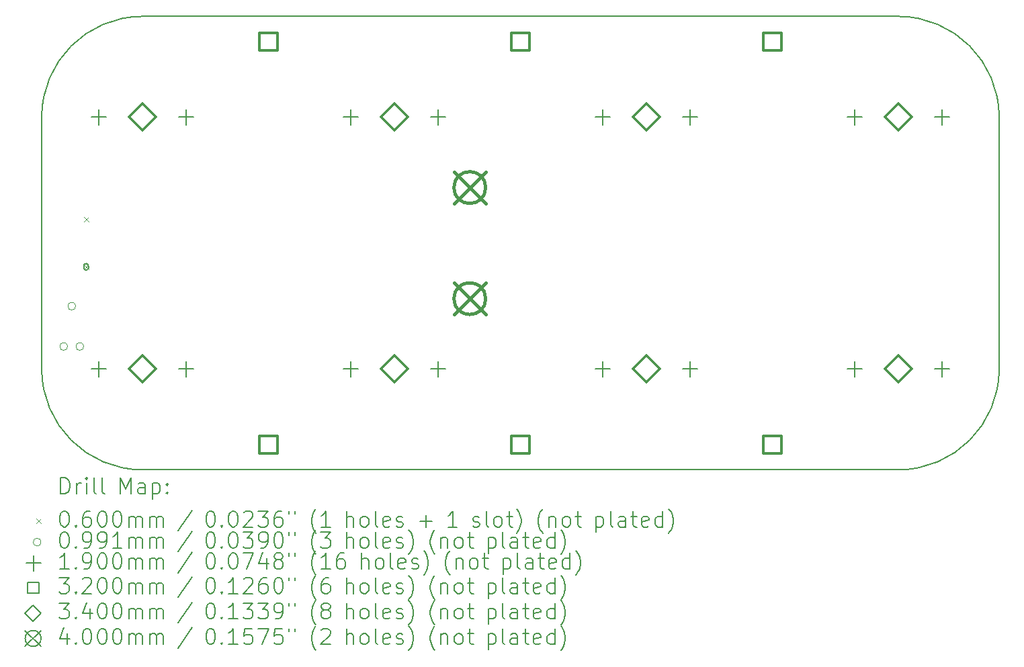
<source format=gbr>
%TF.GenerationSoftware,KiCad,Pcbnew,(7.0.0)*%
%TF.CreationDate,2023-09-26T17:09:40-04:00*%
%TF.ProjectId,Switch Panel Rev 1,53776974-6368-4205-9061-6e656c205265,rev?*%
%TF.SameCoordinates,Original*%
%TF.FileFunction,Drillmap*%
%TF.FilePolarity,Positive*%
%FSLAX45Y45*%
G04 Gerber Fmt 4.5, Leading zero omitted, Abs format (unit mm)*
G04 Created by KiCad (PCBNEW (7.0.0)) date 2023-09-26 17:09:40*
%MOMM*%
%LPD*%
G01*
G04 APERTURE LIST*
%ADD10C,0.160000*%
%ADD11C,0.200000*%
%ADD12C,0.060000*%
%ADD13C,0.099060*%
%ADD14C,0.190000*%
%ADD15C,0.320000*%
%ADD16C,0.340000*%
%ADD17C,0.400000*%
G04 APERTURE END LIST*
D10*
X5080000Y-3810000D02*
X14605000Y-3810000D01*
X15875000Y-5080000D02*
G75*
G03*
X14605000Y-3810000I-1270000J0D01*
G01*
X14605000Y-9525000D02*
G75*
G03*
X15875000Y-8255000I0J1270000D01*
G01*
X3810000Y-8255000D02*
X3810000Y-5080000D01*
X3810000Y-8255000D02*
G75*
G03*
X5080000Y-9525000I1270000J0D01*
G01*
X14605000Y-9525000D02*
X5080000Y-9525000D01*
X15875000Y-5080000D02*
X15875000Y-8255000D01*
X5080000Y-3810000D02*
G75*
G03*
X3810000Y-5080000I0J-1270000D01*
G01*
D11*
D12*
X4338920Y-6337500D02*
X4398920Y-6397500D01*
X4398920Y-6337500D02*
X4338920Y-6397500D01*
X4338920Y-6937500D02*
X4398920Y-6997500D01*
X4398920Y-6937500D02*
X4338920Y-6997500D01*
D11*
X4338920Y-6955000D02*
X4338920Y-6980000D01*
X4338920Y-6980000D02*
G75*
G03*
X4398920Y-6980000I30000J0D01*
G01*
X4398920Y-6980000D02*
X4398920Y-6955000D01*
X4398920Y-6955000D02*
G75*
G03*
X4338920Y-6955000I-30000J0D01*
G01*
D13*
X4136390Y-7970520D02*
G75*
G03*
X4136390Y-7970520I-49530J0D01*
G01*
X4237990Y-7462520D02*
G75*
G03*
X4237990Y-7462520I-49530J0D01*
G01*
X4339590Y-7970520D02*
G75*
G03*
X4339590Y-7970520I-49530J0D01*
G01*
D14*
X4530000Y-4985000D02*
X4530000Y-5175000D01*
X4435000Y-5080000D02*
X4625000Y-5080000D01*
X4530000Y-8160000D02*
X4530000Y-8350000D01*
X4435000Y-8255000D02*
X4625000Y-8255000D01*
X5630000Y-4985000D02*
X5630000Y-5175000D01*
X5535000Y-5080000D02*
X5725000Y-5080000D01*
X5630000Y-8160000D02*
X5630000Y-8350000D01*
X5535000Y-8255000D02*
X5725000Y-8255000D01*
X7705000Y-4985000D02*
X7705000Y-5175000D01*
X7610000Y-5080000D02*
X7800000Y-5080000D01*
X7705000Y-8160000D02*
X7705000Y-8350000D01*
X7610000Y-8255000D02*
X7800000Y-8255000D01*
X8805000Y-4985000D02*
X8805000Y-5175000D01*
X8710000Y-5080000D02*
X8900000Y-5080000D01*
X8805000Y-8160000D02*
X8805000Y-8350000D01*
X8710000Y-8255000D02*
X8900000Y-8255000D01*
X10880000Y-4985000D02*
X10880000Y-5175000D01*
X10785000Y-5080000D02*
X10975000Y-5080000D01*
X10880000Y-8160000D02*
X10880000Y-8350000D01*
X10785000Y-8255000D02*
X10975000Y-8255000D01*
X11980000Y-4985000D02*
X11980000Y-5175000D01*
X11885000Y-5080000D02*
X12075000Y-5080000D01*
X11980000Y-8160000D02*
X11980000Y-8350000D01*
X11885000Y-8255000D02*
X12075000Y-8255000D01*
X14055000Y-4985000D02*
X14055000Y-5175000D01*
X13960000Y-5080000D02*
X14150000Y-5080000D01*
X14055000Y-8160000D02*
X14055000Y-8350000D01*
X13960000Y-8255000D02*
X14150000Y-8255000D01*
X15155000Y-4985000D02*
X15155000Y-5175000D01*
X15060000Y-5080000D02*
X15250000Y-5080000D01*
X15155000Y-8160000D02*
X15155000Y-8350000D01*
X15060000Y-8255000D02*
X15250000Y-8255000D01*
D15*
X6780638Y-4240638D02*
X6780638Y-4014362D01*
X6554362Y-4014362D01*
X6554362Y-4240638D01*
X6780638Y-4240638D01*
X6780638Y-9320638D02*
X6780638Y-9094362D01*
X6554362Y-9094362D01*
X6554362Y-9320638D01*
X6780638Y-9320638D01*
X9955638Y-4240638D02*
X9955638Y-4014362D01*
X9729362Y-4014362D01*
X9729362Y-4240638D01*
X9955638Y-4240638D01*
X9955638Y-9320638D02*
X9955638Y-9094362D01*
X9729362Y-9094362D01*
X9729362Y-9320638D01*
X9955638Y-9320638D01*
X13130638Y-4240638D02*
X13130638Y-4014362D01*
X12904362Y-4014362D01*
X12904362Y-4240638D01*
X13130638Y-4240638D01*
X13130638Y-9320638D02*
X13130638Y-9094362D01*
X12904362Y-9094362D01*
X12904362Y-9320638D01*
X13130638Y-9320638D01*
D16*
X5080000Y-5250000D02*
X5250000Y-5080000D01*
X5080000Y-4910000D01*
X4910000Y-5080000D01*
X5080000Y-5250000D01*
X5080000Y-8425000D02*
X5250000Y-8255000D01*
X5080000Y-8085000D01*
X4910000Y-8255000D01*
X5080000Y-8425000D01*
X8255000Y-5250000D02*
X8425000Y-5080000D01*
X8255000Y-4910000D01*
X8085000Y-5080000D01*
X8255000Y-5250000D01*
X8255000Y-8425000D02*
X8425000Y-8255000D01*
X8255000Y-8085000D01*
X8085000Y-8255000D01*
X8255000Y-8425000D01*
X11430000Y-5250000D02*
X11600000Y-5080000D01*
X11430000Y-4910000D01*
X11260000Y-5080000D01*
X11430000Y-5250000D01*
X11430000Y-8425000D02*
X11600000Y-8255000D01*
X11430000Y-8085000D01*
X11260000Y-8255000D01*
X11430000Y-8425000D01*
X14605000Y-5250000D02*
X14775000Y-5080000D01*
X14605000Y-4910000D01*
X14435000Y-5080000D01*
X14605000Y-5250000D01*
X14605000Y-8425000D02*
X14775000Y-8255000D01*
X14605000Y-8085000D01*
X14435000Y-8255000D01*
X14605000Y-8425000D01*
D17*
X9004200Y-5767500D02*
X9404200Y-6167500D01*
X9404200Y-5767500D02*
X9004200Y-6167500D01*
X9404200Y-5967500D02*
G75*
G03*
X9404200Y-5967500I-200000J0D01*
G01*
X9004200Y-7167500D02*
X9404200Y-7567500D01*
X9404200Y-7167500D02*
X9004200Y-7567500D01*
X9404200Y-7367500D02*
G75*
G03*
X9404200Y-7367500I-200000J0D01*
G01*
D11*
X4049619Y-9826476D02*
X4049619Y-9626476D01*
X4049619Y-9626476D02*
X4097238Y-9626476D01*
X4097238Y-9626476D02*
X4125809Y-9636000D01*
X4125809Y-9636000D02*
X4144857Y-9655048D01*
X4144857Y-9655048D02*
X4154381Y-9674095D01*
X4154381Y-9674095D02*
X4163905Y-9712190D01*
X4163905Y-9712190D02*
X4163905Y-9740762D01*
X4163905Y-9740762D02*
X4154381Y-9778857D01*
X4154381Y-9778857D02*
X4144857Y-9797905D01*
X4144857Y-9797905D02*
X4125809Y-9816952D01*
X4125809Y-9816952D02*
X4097238Y-9826476D01*
X4097238Y-9826476D02*
X4049619Y-9826476D01*
X4249619Y-9826476D02*
X4249619Y-9693143D01*
X4249619Y-9731238D02*
X4259143Y-9712190D01*
X4259143Y-9712190D02*
X4268667Y-9702667D01*
X4268667Y-9702667D02*
X4287714Y-9693143D01*
X4287714Y-9693143D02*
X4306762Y-9693143D01*
X4373429Y-9826476D02*
X4373429Y-9693143D01*
X4373429Y-9626476D02*
X4363905Y-9636000D01*
X4363905Y-9636000D02*
X4373429Y-9645524D01*
X4373429Y-9645524D02*
X4382952Y-9636000D01*
X4382952Y-9636000D02*
X4373429Y-9626476D01*
X4373429Y-9626476D02*
X4373429Y-9645524D01*
X4497238Y-9826476D02*
X4478190Y-9816952D01*
X4478190Y-9816952D02*
X4468667Y-9797905D01*
X4468667Y-9797905D02*
X4468667Y-9626476D01*
X4602000Y-9826476D02*
X4582952Y-9816952D01*
X4582952Y-9816952D02*
X4573429Y-9797905D01*
X4573429Y-9797905D02*
X4573429Y-9626476D01*
X4798190Y-9826476D02*
X4798190Y-9626476D01*
X4798190Y-9626476D02*
X4864857Y-9769333D01*
X4864857Y-9769333D02*
X4931524Y-9626476D01*
X4931524Y-9626476D02*
X4931524Y-9826476D01*
X5112476Y-9826476D02*
X5112476Y-9721714D01*
X5112476Y-9721714D02*
X5102952Y-9702667D01*
X5102952Y-9702667D02*
X5083905Y-9693143D01*
X5083905Y-9693143D02*
X5045809Y-9693143D01*
X5045809Y-9693143D02*
X5026762Y-9702667D01*
X5112476Y-9816952D02*
X5093429Y-9826476D01*
X5093429Y-9826476D02*
X5045809Y-9826476D01*
X5045809Y-9826476D02*
X5026762Y-9816952D01*
X5026762Y-9816952D02*
X5017238Y-9797905D01*
X5017238Y-9797905D02*
X5017238Y-9778857D01*
X5017238Y-9778857D02*
X5026762Y-9759810D01*
X5026762Y-9759810D02*
X5045809Y-9750286D01*
X5045809Y-9750286D02*
X5093429Y-9750286D01*
X5093429Y-9750286D02*
X5112476Y-9740762D01*
X5207714Y-9693143D02*
X5207714Y-9893143D01*
X5207714Y-9702667D02*
X5226762Y-9693143D01*
X5226762Y-9693143D02*
X5264857Y-9693143D01*
X5264857Y-9693143D02*
X5283905Y-9702667D01*
X5283905Y-9702667D02*
X5293429Y-9712190D01*
X5293429Y-9712190D02*
X5302952Y-9731238D01*
X5302952Y-9731238D02*
X5302952Y-9788381D01*
X5302952Y-9788381D02*
X5293429Y-9807429D01*
X5293429Y-9807429D02*
X5283905Y-9816952D01*
X5283905Y-9816952D02*
X5264857Y-9826476D01*
X5264857Y-9826476D02*
X5226762Y-9826476D01*
X5226762Y-9826476D02*
X5207714Y-9816952D01*
X5388667Y-9807429D02*
X5398190Y-9816952D01*
X5398190Y-9816952D02*
X5388667Y-9826476D01*
X5388667Y-9826476D02*
X5379143Y-9816952D01*
X5379143Y-9816952D02*
X5388667Y-9807429D01*
X5388667Y-9807429D02*
X5388667Y-9826476D01*
X5388667Y-9702667D02*
X5398190Y-9712190D01*
X5398190Y-9712190D02*
X5388667Y-9721714D01*
X5388667Y-9721714D02*
X5379143Y-9712190D01*
X5379143Y-9712190D02*
X5388667Y-9702667D01*
X5388667Y-9702667D02*
X5388667Y-9721714D01*
D12*
X3742000Y-10143000D02*
X3802000Y-10203000D01*
X3802000Y-10143000D02*
X3742000Y-10203000D01*
D11*
X4087714Y-10046476D02*
X4106762Y-10046476D01*
X4106762Y-10046476D02*
X4125809Y-10056000D01*
X4125809Y-10056000D02*
X4135333Y-10065524D01*
X4135333Y-10065524D02*
X4144857Y-10084571D01*
X4144857Y-10084571D02*
X4154381Y-10122667D01*
X4154381Y-10122667D02*
X4154381Y-10170286D01*
X4154381Y-10170286D02*
X4144857Y-10208381D01*
X4144857Y-10208381D02*
X4135333Y-10227429D01*
X4135333Y-10227429D02*
X4125809Y-10236952D01*
X4125809Y-10236952D02*
X4106762Y-10246476D01*
X4106762Y-10246476D02*
X4087714Y-10246476D01*
X4087714Y-10246476D02*
X4068667Y-10236952D01*
X4068667Y-10236952D02*
X4059143Y-10227429D01*
X4059143Y-10227429D02*
X4049619Y-10208381D01*
X4049619Y-10208381D02*
X4040095Y-10170286D01*
X4040095Y-10170286D02*
X4040095Y-10122667D01*
X4040095Y-10122667D02*
X4049619Y-10084571D01*
X4049619Y-10084571D02*
X4059143Y-10065524D01*
X4059143Y-10065524D02*
X4068667Y-10056000D01*
X4068667Y-10056000D02*
X4087714Y-10046476D01*
X4240095Y-10227429D02*
X4249619Y-10236952D01*
X4249619Y-10236952D02*
X4240095Y-10246476D01*
X4240095Y-10246476D02*
X4230571Y-10236952D01*
X4230571Y-10236952D02*
X4240095Y-10227429D01*
X4240095Y-10227429D02*
X4240095Y-10246476D01*
X4421048Y-10046476D02*
X4382952Y-10046476D01*
X4382952Y-10046476D02*
X4363905Y-10056000D01*
X4363905Y-10056000D02*
X4354381Y-10065524D01*
X4354381Y-10065524D02*
X4335333Y-10094095D01*
X4335333Y-10094095D02*
X4325810Y-10132190D01*
X4325810Y-10132190D02*
X4325810Y-10208381D01*
X4325810Y-10208381D02*
X4335333Y-10227429D01*
X4335333Y-10227429D02*
X4344857Y-10236952D01*
X4344857Y-10236952D02*
X4363905Y-10246476D01*
X4363905Y-10246476D02*
X4402000Y-10246476D01*
X4402000Y-10246476D02*
X4421048Y-10236952D01*
X4421048Y-10236952D02*
X4430571Y-10227429D01*
X4430571Y-10227429D02*
X4440095Y-10208381D01*
X4440095Y-10208381D02*
X4440095Y-10160762D01*
X4440095Y-10160762D02*
X4430571Y-10141714D01*
X4430571Y-10141714D02*
X4421048Y-10132190D01*
X4421048Y-10132190D02*
X4402000Y-10122667D01*
X4402000Y-10122667D02*
X4363905Y-10122667D01*
X4363905Y-10122667D02*
X4344857Y-10132190D01*
X4344857Y-10132190D02*
X4335333Y-10141714D01*
X4335333Y-10141714D02*
X4325810Y-10160762D01*
X4563905Y-10046476D02*
X4582952Y-10046476D01*
X4582952Y-10046476D02*
X4602000Y-10056000D01*
X4602000Y-10056000D02*
X4611524Y-10065524D01*
X4611524Y-10065524D02*
X4621048Y-10084571D01*
X4621048Y-10084571D02*
X4630571Y-10122667D01*
X4630571Y-10122667D02*
X4630571Y-10170286D01*
X4630571Y-10170286D02*
X4621048Y-10208381D01*
X4621048Y-10208381D02*
X4611524Y-10227429D01*
X4611524Y-10227429D02*
X4602000Y-10236952D01*
X4602000Y-10236952D02*
X4582952Y-10246476D01*
X4582952Y-10246476D02*
X4563905Y-10246476D01*
X4563905Y-10246476D02*
X4544857Y-10236952D01*
X4544857Y-10236952D02*
X4535333Y-10227429D01*
X4535333Y-10227429D02*
X4525810Y-10208381D01*
X4525810Y-10208381D02*
X4516286Y-10170286D01*
X4516286Y-10170286D02*
X4516286Y-10122667D01*
X4516286Y-10122667D02*
X4525810Y-10084571D01*
X4525810Y-10084571D02*
X4535333Y-10065524D01*
X4535333Y-10065524D02*
X4544857Y-10056000D01*
X4544857Y-10056000D02*
X4563905Y-10046476D01*
X4754381Y-10046476D02*
X4773429Y-10046476D01*
X4773429Y-10046476D02*
X4792476Y-10056000D01*
X4792476Y-10056000D02*
X4802000Y-10065524D01*
X4802000Y-10065524D02*
X4811524Y-10084571D01*
X4811524Y-10084571D02*
X4821048Y-10122667D01*
X4821048Y-10122667D02*
X4821048Y-10170286D01*
X4821048Y-10170286D02*
X4811524Y-10208381D01*
X4811524Y-10208381D02*
X4802000Y-10227429D01*
X4802000Y-10227429D02*
X4792476Y-10236952D01*
X4792476Y-10236952D02*
X4773429Y-10246476D01*
X4773429Y-10246476D02*
X4754381Y-10246476D01*
X4754381Y-10246476D02*
X4735333Y-10236952D01*
X4735333Y-10236952D02*
X4725810Y-10227429D01*
X4725810Y-10227429D02*
X4716286Y-10208381D01*
X4716286Y-10208381D02*
X4706762Y-10170286D01*
X4706762Y-10170286D02*
X4706762Y-10122667D01*
X4706762Y-10122667D02*
X4716286Y-10084571D01*
X4716286Y-10084571D02*
X4725810Y-10065524D01*
X4725810Y-10065524D02*
X4735333Y-10056000D01*
X4735333Y-10056000D02*
X4754381Y-10046476D01*
X4906762Y-10246476D02*
X4906762Y-10113143D01*
X4906762Y-10132190D02*
X4916286Y-10122667D01*
X4916286Y-10122667D02*
X4935333Y-10113143D01*
X4935333Y-10113143D02*
X4963905Y-10113143D01*
X4963905Y-10113143D02*
X4982952Y-10122667D01*
X4982952Y-10122667D02*
X4992476Y-10141714D01*
X4992476Y-10141714D02*
X4992476Y-10246476D01*
X4992476Y-10141714D02*
X5002000Y-10122667D01*
X5002000Y-10122667D02*
X5021048Y-10113143D01*
X5021048Y-10113143D02*
X5049619Y-10113143D01*
X5049619Y-10113143D02*
X5068667Y-10122667D01*
X5068667Y-10122667D02*
X5078191Y-10141714D01*
X5078191Y-10141714D02*
X5078191Y-10246476D01*
X5173429Y-10246476D02*
X5173429Y-10113143D01*
X5173429Y-10132190D02*
X5182952Y-10122667D01*
X5182952Y-10122667D02*
X5202000Y-10113143D01*
X5202000Y-10113143D02*
X5230572Y-10113143D01*
X5230572Y-10113143D02*
X5249619Y-10122667D01*
X5249619Y-10122667D02*
X5259143Y-10141714D01*
X5259143Y-10141714D02*
X5259143Y-10246476D01*
X5259143Y-10141714D02*
X5268667Y-10122667D01*
X5268667Y-10122667D02*
X5287714Y-10113143D01*
X5287714Y-10113143D02*
X5316286Y-10113143D01*
X5316286Y-10113143D02*
X5335333Y-10122667D01*
X5335333Y-10122667D02*
X5344857Y-10141714D01*
X5344857Y-10141714D02*
X5344857Y-10246476D01*
X5702952Y-10036952D02*
X5531524Y-10294095D01*
X5927714Y-10046476D02*
X5946762Y-10046476D01*
X5946762Y-10046476D02*
X5965810Y-10056000D01*
X5965810Y-10056000D02*
X5975333Y-10065524D01*
X5975333Y-10065524D02*
X5984857Y-10084571D01*
X5984857Y-10084571D02*
X5994381Y-10122667D01*
X5994381Y-10122667D02*
X5994381Y-10170286D01*
X5994381Y-10170286D02*
X5984857Y-10208381D01*
X5984857Y-10208381D02*
X5975333Y-10227429D01*
X5975333Y-10227429D02*
X5965810Y-10236952D01*
X5965810Y-10236952D02*
X5946762Y-10246476D01*
X5946762Y-10246476D02*
X5927714Y-10246476D01*
X5927714Y-10246476D02*
X5908667Y-10236952D01*
X5908667Y-10236952D02*
X5899143Y-10227429D01*
X5899143Y-10227429D02*
X5889619Y-10208381D01*
X5889619Y-10208381D02*
X5880095Y-10170286D01*
X5880095Y-10170286D02*
X5880095Y-10122667D01*
X5880095Y-10122667D02*
X5889619Y-10084571D01*
X5889619Y-10084571D02*
X5899143Y-10065524D01*
X5899143Y-10065524D02*
X5908667Y-10056000D01*
X5908667Y-10056000D02*
X5927714Y-10046476D01*
X6080095Y-10227429D02*
X6089619Y-10236952D01*
X6089619Y-10236952D02*
X6080095Y-10246476D01*
X6080095Y-10246476D02*
X6070571Y-10236952D01*
X6070571Y-10236952D02*
X6080095Y-10227429D01*
X6080095Y-10227429D02*
X6080095Y-10246476D01*
X6213429Y-10046476D02*
X6232476Y-10046476D01*
X6232476Y-10046476D02*
X6251524Y-10056000D01*
X6251524Y-10056000D02*
X6261048Y-10065524D01*
X6261048Y-10065524D02*
X6270571Y-10084571D01*
X6270571Y-10084571D02*
X6280095Y-10122667D01*
X6280095Y-10122667D02*
X6280095Y-10170286D01*
X6280095Y-10170286D02*
X6270571Y-10208381D01*
X6270571Y-10208381D02*
X6261048Y-10227429D01*
X6261048Y-10227429D02*
X6251524Y-10236952D01*
X6251524Y-10236952D02*
X6232476Y-10246476D01*
X6232476Y-10246476D02*
X6213429Y-10246476D01*
X6213429Y-10246476D02*
X6194381Y-10236952D01*
X6194381Y-10236952D02*
X6184857Y-10227429D01*
X6184857Y-10227429D02*
X6175333Y-10208381D01*
X6175333Y-10208381D02*
X6165810Y-10170286D01*
X6165810Y-10170286D02*
X6165810Y-10122667D01*
X6165810Y-10122667D02*
X6175333Y-10084571D01*
X6175333Y-10084571D02*
X6184857Y-10065524D01*
X6184857Y-10065524D02*
X6194381Y-10056000D01*
X6194381Y-10056000D02*
X6213429Y-10046476D01*
X6356286Y-10065524D02*
X6365810Y-10056000D01*
X6365810Y-10056000D02*
X6384857Y-10046476D01*
X6384857Y-10046476D02*
X6432476Y-10046476D01*
X6432476Y-10046476D02*
X6451524Y-10056000D01*
X6451524Y-10056000D02*
X6461048Y-10065524D01*
X6461048Y-10065524D02*
X6470571Y-10084571D01*
X6470571Y-10084571D02*
X6470571Y-10103619D01*
X6470571Y-10103619D02*
X6461048Y-10132190D01*
X6461048Y-10132190D02*
X6346762Y-10246476D01*
X6346762Y-10246476D02*
X6470571Y-10246476D01*
X6537238Y-10046476D02*
X6661048Y-10046476D01*
X6661048Y-10046476D02*
X6594381Y-10122667D01*
X6594381Y-10122667D02*
X6622952Y-10122667D01*
X6622952Y-10122667D02*
X6642000Y-10132190D01*
X6642000Y-10132190D02*
X6651524Y-10141714D01*
X6651524Y-10141714D02*
X6661048Y-10160762D01*
X6661048Y-10160762D02*
X6661048Y-10208381D01*
X6661048Y-10208381D02*
X6651524Y-10227429D01*
X6651524Y-10227429D02*
X6642000Y-10236952D01*
X6642000Y-10236952D02*
X6622952Y-10246476D01*
X6622952Y-10246476D02*
X6565810Y-10246476D01*
X6565810Y-10246476D02*
X6546762Y-10236952D01*
X6546762Y-10236952D02*
X6537238Y-10227429D01*
X6832476Y-10046476D02*
X6794381Y-10046476D01*
X6794381Y-10046476D02*
X6775333Y-10056000D01*
X6775333Y-10056000D02*
X6765810Y-10065524D01*
X6765810Y-10065524D02*
X6746762Y-10094095D01*
X6746762Y-10094095D02*
X6737238Y-10132190D01*
X6737238Y-10132190D02*
X6737238Y-10208381D01*
X6737238Y-10208381D02*
X6746762Y-10227429D01*
X6746762Y-10227429D02*
X6756286Y-10236952D01*
X6756286Y-10236952D02*
X6775333Y-10246476D01*
X6775333Y-10246476D02*
X6813429Y-10246476D01*
X6813429Y-10246476D02*
X6832476Y-10236952D01*
X6832476Y-10236952D02*
X6842000Y-10227429D01*
X6842000Y-10227429D02*
X6851524Y-10208381D01*
X6851524Y-10208381D02*
X6851524Y-10160762D01*
X6851524Y-10160762D02*
X6842000Y-10141714D01*
X6842000Y-10141714D02*
X6832476Y-10132190D01*
X6832476Y-10132190D02*
X6813429Y-10122667D01*
X6813429Y-10122667D02*
X6775333Y-10122667D01*
X6775333Y-10122667D02*
X6756286Y-10132190D01*
X6756286Y-10132190D02*
X6746762Y-10141714D01*
X6746762Y-10141714D02*
X6737238Y-10160762D01*
X6927714Y-10046476D02*
X6927714Y-10084571D01*
X7003905Y-10046476D02*
X7003905Y-10084571D01*
X7266762Y-10322667D02*
X7257238Y-10313143D01*
X7257238Y-10313143D02*
X7238191Y-10284571D01*
X7238191Y-10284571D02*
X7228667Y-10265524D01*
X7228667Y-10265524D02*
X7219143Y-10236952D01*
X7219143Y-10236952D02*
X7209619Y-10189333D01*
X7209619Y-10189333D02*
X7209619Y-10151238D01*
X7209619Y-10151238D02*
X7219143Y-10103619D01*
X7219143Y-10103619D02*
X7228667Y-10075048D01*
X7228667Y-10075048D02*
X7238191Y-10056000D01*
X7238191Y-10056000D02*
X7257238Y-10027429D01*
X7257238Y-10027429D02*
X7266762Y-10017905D01*
X7447714Y-10246476D02*
X7333429Y-10246476D01*
X7390571Y-10246476D02*
X7390571Y-10046476D01*
X7390571Y-10046476D02*
X7371524Y-10075048D01*
X7371524Y-10075048D02*
X7352476Y-10094095D01*
X7352476Y-10094095D02*
X7333429Y-10103619D01*
X7653429Y-10246476D02*
X7653429Y-10046476D01*
X7739143Y-10246476D02*
X7739143Y-10141714D01*
X7739143Y-10141714D02*
X7729619Y-10122667D01*
X7729619Y-10122667D02*
X7710572Y-10113143D01*
X7710572Y-10113143D02*
X7682000Y-10113143D01*
X7682000Y-10113143D02*
X7662952Y-10122667D01*
X7662952Y-10122667D02*
X7653429Y-10132190D01*
X7862952Y-10246476D02*
X7843905Y-10236952D01*
X7843905Y-10236952D02*
X7834381Y-10227429D01*
X7834381Y-10227429D02*
X7824857Y-10208381D01*
X7824857Y-10208381D02*
X7824857Y-10151238D01*
X7824857Y-10151238D02*
X7834381Y-10132190D01*
X7834381Y-10132190D02*
X7843905Y-10122667D01*
X7843905Y-10122667D02*
X7862952Y-10113143D01*
X7862952Y-10113143D02*
X7891524Y-10113143D01*
X7891524Y-10113143D02*
X7910572Y-10122667D01*
X7910572Y-10122667D02*
X7920095Y-10132190D01*
X7920095Y-10132190D02*
X7929619Y-10151238D01*
X7929619Y-10151238D02*
X7929619Y-10208381D01*
X7929619Y-10208381D02*
X7920095Y-10227429D01*
X7920095Y-10227429D02*
X7910572Y-10236952D01*
X7910572Y-10236952D02*
X7891524Y-10246476D01*
X7891524Y-10246476D02*
X7862952Y-10246476D01*
X8043905Y-10246476D02*
X8024857Y-10236952D01*
X8024857Y-10236952D02*
X8015333Y-10217905D01*
X8015333Y-10217905D02*
X8015333Y-10046476D01*
X8196286Y-10236952D02*
X8177238Y-10246476D01*
X8177238Y-10246476D02*
X8139143Y-10246476D01*
X8139143Y-10246476D02*
X8120095Y-10236952D01*
X8120095Y-10236952D02*
X8110572Y-10217905D01*
X8110572Y-10217905D02*
X8110572Y-10141714D01*
X8110572Y-10141714D02*
X8120095Y-10122667D01*
X8120095Y-10122667D02*
X8139143Y-10113143D01*
X8139143Y-10113143D02*
X8177238Y-10113143D01*
X8177238Y-10113143D02*
X8196286Y-10122667D01*
X8196286Y-10122667D02*
X8205810Y-10141714D01*
X8205810Y-10141714D02*
X8205810Y-10160762D01*
X8205810Y-10160762D02*
X8110572Y-10179810D01*
X8282000Y-10236952D02*
X8301048Y-10246476D01*
X8301048Y-10246476D02*
X8339143Y-10246476D01*
X8339143Y-10246476D02*
X8358191Y-10236952D01*
X8358191Y-10236952D02*
X8367714Y-10217905D01*
X8367714Y-10217905D02*
X8367714Y-10208381D01*
X8367714Y-10208381D02*
X8358191Y-10189333D01*
X8358191Y-10189333D02*
X8339143Y-10179810D01*
X8339143Y-10179810D02*
X8310572Y-10179810D01*
X8310572Y-10179810D02*
X8291524Y-10170286D01*
X8291524Y-10170286D02*
X8282000Y-10151238D01*
X8282000Y-10151238D02*
X8282000Y-10141714D01*
X8282000Y-10141714D02*
X8291524Y-10122667D01*
X8291524Y-10122667D02*
X8310572Y-10113143D01*
X8310572Y-10113143D02*
X8339143Y-10113143D01*
X8339143Y-10113143D02*
X8358191Y-10122667D01*
X8573429Y-10170286D02*
X8725810Y-10170286D01*
X8649619Y-10246476D02*
X8649619Y-10094095D01*
X9045810Y-10246476D02*
X8931524Y-10246476D01*
X8988667Y-10246476D02*
X8988667Y-10046476D01*
X8988667Y-10046476D02*
X8969619Y-10075048D01*
X8969619Y-10075048D02*
X8950572Y-10094095D01*
X8950572Y-10094095D02*
X8931524Y-10103619D01*
X9242000Y-10236952D02*
X9261048Y-10246476D01*
X9261048Y-10246476D02*
X9299143Y-10246476D01*
X9299143Y-10246476D02*
X9318191Y-10236952D01*
X9318191Y-10236952D02*
X9327715Y-10217905D01*
X9327715Y-10217905D02*
X9327715Y-10208381D01*
X9327715Y-10208381D02*
X9318191Y-10189333D01*
X9318191Y-10189333D02*
X9299143Y-10179810D01*
X9299143Y-10179810D02*
X9270572Y-10179810D01*
X9270572Y-10179810D02*
X9251524Y-10170286D01*
X9251524Y-10170286D02*
X9242000Y-10151238D01*
X9242000Y-10151238D02*
X9242000Y-10141714D01*
X9242000Y-10141714D02*
X9251524Y-10122667D01*
X9251524Y-10122667D02*
X9270572Y-10113143D01*
X9270572Y-10113143D02*
X9299143Y-10113143D01*
X9299143Y-10113143D02*
X9318191Y-10122667D01*
X9442000Y-10246476D02*
X9422953Y-10236952D01*
X9422953Y-10236952D02*
X9413429Y-10217905D01*
X9413429Y-10217905D02*
X9413429Y-10046476D01*
X9546762Y-10246476D02*
X9527715Y-10236952D01*
X9527715Y-10236952D02*
X9518191Y-10227429D01*
X9518191Y-10227429D02*
X9508667Y-10208381D01*
X9508667Y-10208381D02*
X9508667Y-10151238D01*
X9508667Y-10151238D02*
X9518191Y-10132190D01*
X9518191Y-10132190D02*
X9527715Y-10122667D01*
X9527715Y-10122667D02*
X9546762Y-10113143D01*
X9546762Y-10113143D02*
X9575334Y-10113143D01*
X9575334Y-10113143D02*
X9594381Y-10122667D01*
X9594381Y-10122667D02*
X9603905Y-10132190D01*
X9603905Y-10132190D02*
X9613429Y-10151238D01*
X9613429Y-10151238D02*
X9613429Y-10208381D01*
X9613429Y-10208381D02*
X9603905Y-10227429D01*
X9603905Y-10227429D02*
X9594381Y-10236952D01*
X9594381Y-10236952D02*
X9575334Y-10246476D01*
X9575334Y-10246476D02*
X9546762Y-10246476D01*
X9670572Y-10113143D02*
X9746762Y-10113143D01*
X9699143Y-10046476D02*
X9699143Y-10217905D01*
X9699143Y-10217905D02*
X9708667Y-10236952D01*
X9708667Y-10236952D02*
X9727715Y-10246476D01*
X9727715Y-10246476D02*
X9746762Y-10246476D01*
X9794381Y-10322667D02*
X9803905Y-10313143D01*
X9803905Y-10313143D02*
X9822953Y-10284571D01*
X9822953Y-10284571D02*
X9832476Y-10265524D01*
X9832476Y-10265524D02*
X9842000Y-10236952D01*
X9842000Y-10236952D02*
X9851524Y-10189333D01*
X9851524Y-10189333D02*
X9851524Y-10151238D01*
X9851524Y-10151238D02*
X9842000Y-10103619D01*
X9842000Y-10103619D02*
X9832476Y-10075048D01*
X9832476Y-10075048D02*
X9822953Y-10056000D01*
X9822953Y-10056000D02*
X9803905Y-10027429D01*
X9803905Y-10027429D02*
X9794381Y-10017905D01*
X10123905Y-10322667D02*
X10114381Y-10313143D01*
X10114381Y-10313143D02*
X10095334Y-10284571D01*
X10095334Y-10284571D02*
X10085810Y-10265524D01*
X10085810Y-10265524D02*
X10076286Y-10236952D01*
X10076286Y-10236952D02*
X10066762Y-10189333D01*
X10066762Y-10189333D02*
X10066762Y-10151238D01*
X10066762Y-10151238D02*
X10076286Y-10103619D01*
X10076286Y-10103619D02*
X10085810Y-10075048D01*
X10085810Y-10075048D02*
X10095334Y-10056000D01*
X10095334Y-10056000D02*
X10114381Y-10027429D01*
X10114381Y-10027429D02*
X10123905Y-10017905D01*
X10200095Y-10113143D02*
X10200095Y-10246476D01*
X10200095Y-10132190D02*
X10209619Y-10122667D01*
X10209619Y-10122667D02*
X10228667Y-10113143D01*
X10228667Y-10113143D02*
X10257238Y-10113143D01*
X10257238Y-10113143D02*
X10276286Y-10122667D01*
X10276286Y-10122667D02*
X10285810Y-10141714D01*
X10285810Y-10141714D02*
X10285810Y-10246476D01*
X10409619Y-10246476D02*
X10390572Y-10236952D01*
X10390572Y-10236952D02*
X10381048Y-10227429D01*
X10381048Y-10227429D02*
X10371524Y-10208381D01*
X10371524Y-10208381D02*
X10371524Y-10151238D01*
X10371524Y-10151238D02*
X10381048Y-10132190D01*
X10381048Y-10132190D02*
X10390572Y-10122667D01*
X10390572Y-10122667D02*
X10409619Y-10113143D01*
X10409619Y-10113143D02*
X10438191Y-10113143D01*
X10438191Y-10113143D02*
X10457238Y-10122667D01*
X10457238Y-10122667D02*
X10466762Y-10132190D01*
X10466762Y-10132190D02*
X10476286Y-10151238D01*
X10476286Y-10151238D02*
X10476286Y-10208381D01*
X10476286Y-10208381D02*
X10466762Y-10227429D01*
X10466762Y-10227429D02*
X10457238Y-10236952D01*
X10457238Y-10236952D02*
X10438191Y-10246476D01*
X10438191Y-10246476D02*
X10409619Y-10246476D01*
X10533429Y-10113143D02*
X10609619Y-10113143D01*
X10562000Y-10046476D02*
X10562000Y-10217905D01*
X10562000Y-10217905D02*
X10571524Y-10236952D01*
X10571524Y-10236952D02*
X10590572Y-10246476D01*
X10590572Y-10246476D02*
X10609619Y-10246476D01*
X10796286Y-10113143D02*
X10796286Y-10313143D01*
X10796286Y-10122667D02*
X10815334Y-10113143D01*
X10815334Y-10113143D02*
X10853429Y-10113143D01*
X10853429Y-10113143D02*
X10872476Y-10122667D01*
X10872476Y-10122667D02*
X10882000Y-10132190D01*
X10882000Y-10132190D02*
X10891524Y-10151238D01*
X10891524Y-10151238D02*
X10891524Y-10208381D01*
X10891524Y-10208381D02*
X10882000Y-10227429D01*
X10882000Y-10227429D02*
X10872476Y-10236952D01*
X10872476Y-10236952D02*
X10853429Y-10246476D01*
X10853429Y-10246476D02*
X10815334Y-10246476D01*
X10815334Y-10246476D02*
X10796286Y-10236952D01*
X11005810Y-10246476D02*
X10986762Y-10236952D01*
X10986762Y-10236952D02*
X10977238Y-10217905D01*
X10977238Y-10217905D02*
X10977238Y-10046476D01*
X11167715Y-10246476D02*
X11167715Y-10141714D01*
X11167715Y-10141714D02*
X11158191Y-10122667D01*
X11158191Y-10122667D02*
X11139143Y-10113143D01*
X11139143Y-10113143D02*
X11101048Y-10113143D01*
X11101048Y-10113143D02*
X11082000Y-10122667D01*
X11167715Y-10236952D02*
X11148667Y-10246476D01*
X11148667Y-10246476D02*
X11101048Y-10246476D01*
X11101048Y-10246476D02*
X11082000Y-10236952D01*
X11082000Y-10236952D02*
X11072476Y-10217905D01*
X11072476Y-10217905D02*
X11072476Y-10198857D01*
X11072476Y-10198857D02*
X11082000Y-10179810D01*
X11082000Y-10179810D02*
X11101048Y-10170286D01*
X11101048Y-10170286D02*
X11148667Y-10170286D01*
X11148667Y-10170286D02*
X11167715Y-10160762D01*
X11234381Y-10113143D02*
X11310572Y-10113143D01*
X11262953Y-10046476D02*
X11262953Y-10217905D01*
X11262953Y-10217905D02*
X11272476Y-10236952D01*
X11272476Y-10236952D02*
X11291524Y-10246476D01*
X11291524Y-10246476D02*
X11310572Y-10246476D01*
X11453429Y-10236952D02*
X11434381Y-10246476D01*
X11434381Y-10246476D02*
X11396286Y-10246476D01*
X11396286Y-10246476D02*
X11377238Y-10236952D01*
X11377238Y-10236952D02*
X11367714Y-10217905D01*
X11367714Y-10217905D02*
X11367714Y-10141714D01*
X11367714Y-10141714D02*
X11377238Y-10122667D01*
X11377238Y-10122667D02*
X11396286Y-10113143D01*
X11396286Y-10113143D02*
X11434381Y-10113143D01*
X11434381Y-10113143D02*
X11453429Y-10122667D01*
X11453429Y-10122667D02*
X11462953Y-10141714D01*
X11462953Y-10141714D02*
X11462953Y-10160762D01*
X11462953Y-10160762D02*
X11367714Y-10179810D01*
X11634381Y-10246476D02*
X11634381Y-10046476D01*
X11634381Y-10236952D02*
X11615334Y-10246476D01*
X11615334Y-10246476D02*
X11577238Y-10246476D01*
X11577238Y-10246476D02*
X11558191Y-10236952D01*
X11558191Y-10236952D02*
X11548667Y-10227429D01*
X11548667Y-10227429D02*
X11539143Y-10208381D01*
X11539143Y-10208381D02*
X11539143Y-10151238D01*
X11539143Y-10151238D02*
X11548667Y-10132190D01*
X11548667Y-10132190D02*
X11558191Y-10122667D01*
X11558191Y-10122667D02*
X11577238Y-10113143D01*
X11577238Y-10113143D02*
X11615334Y-10113143D01*
X11615334Y-10113143D02*
X11634381Y-10122667D01*
X11710572Y-10322667D02*
X11720095Y-10313143D01*
X11720095Y-10313143D02*
X11739143Y-10284571D01*
X11739143Y-10284571D02*
X11748667Y-10265524D01*
X11748667Y-10265524D02*
X11758191Y-10236952D01*
X11758191Y-10236952D02*
X11767714Y-10189333D01*
X11767714Y-10189333D02*
X11767714Y-10151238D01*
X11767714Y-10151238D02*
X11758191Y-10103619D01*
X11758191Y-10103619D02*
X11748667Y-10075048D01*
X11748667Y-10075048D02*
X11739143Y-10056000D01*
X11739143Y-10056000D02*
X11720095Y-10027429D01*
X11720095Y-10027429D02*
X11710572Y-10017905D01*
D13*
X3802000Y-10437000D02*
G75*
G03*
X3802000Y-10437000I-49530J0D01*
G01*
D11*
X4087714Y-10310476D02*
X4106762Y-10310476D01*
X4106762Y-10310476D02*
X4125809Y-10320000D01*
X4125809Y-10320000D02*
X4135333Y-10329524D01*
X4135333Y-10329524D02*
X4144857Y-10348571D01*
X4144857Y-10348571D02*
X4154381Y-10386667D01*
X4154381Y-10386667D02*
X4154381Y-10434286D01*
X4154381Y-10434286D02*
X4144857Y-10472381D01*
X4144857Y-10472381D02*
X4135333Y-10491429D01*
X4135333Y-10491429D02*
X4125809Y-10500952D01*
X4125809Y-10500952D02*
X4106762Y-10510476D01*
X4106762Y-10510476D02*
X4087714Y-10510476D01*
X4087714Y-10510476D02*
X4068667Y-10500952D01*
X4068667Y-10500952D02*
X4059143Y-10491429D01*
X4059143Y-10491429D02*
X4049619Y-10472381D01*
X4049619Y-10472381D02*
X4040095Y-10434286D01*
X4040095Y-10434286D02*
X4040095Y-10386667D01*
X4040095Y-10386667D02*
X4049619Y-10348571D01*
X4049619Y-10348571D02*
X4059143Y-10329524D01*
X4059143Y-10329524D02*
X4068667Y-10320000D01*
X4068667Y-10320000D02*
X4087714Y-10310476D01*
X4240095Y-10491429D02*
X4249619Y-10500952D01*
X4249619Y-10500952D02*
X4240095Y-10510476D01*
X4240095Y-10510476D02*
X4230571Y-10500952D01*
X4230571Y-10500952D02*
X4240095Y-10491429D01*
X4240095Y-10491429D02*
X4240095Y-10510476D01*
X4344857Y-10510476D02*
X4382952Y-10510476D01*
X4382952Y-10510476D02*
X4402000Y-10500952D01*
X4402000Y-10500952D02*
X4411524Y-10491429D01*
X4411524Y-10491429D02*
X4430571Y-10462857D01*
X4430571Y-10462857D02*
X4440095Y-10424762D01*
X4440095Y-10424762D02*
X4440095Y-10348571D01*
X4440095Y-10348571D02*
X4430571Y-10329524D01*
X4430571Y-10329524D02*
X4421048Y-10320000D01*
X4421048Y-10320000D02*
X4402000Y-10310476D01*
X4402000Y-10310476D02*
X4363905Y-10310476D01*
X4363905Y-10310476D02*
X4344857Y-10320000D01*
X4344857Y-10320000D02*
X4335333Y-10329524D01*
X4335333Y-10329524D02*
X4325810Y-10348571D01*
X4325810Y-10348571D02*
X4325810Y-10396190D01*
X4325810Y-10396190D02*
X4335333Y-10415238D01*
X4335333Y-10415238D02*
X4344857Y-10424762D01*
X4344857Y-10424762D02*
X4363905Y-10434286D01*
X4363905Y-10434286D02*
X4402000Y-10434286D01*
X4402000Y-10434286D02*
X4421048Y-10424762D01*
X4421048Y-10424762D02*
X4430571Y-10415238D01*
X4430571Y-10415238D02*
X4440095Y-10396190D01*
X4535333Y-10510476D02*
X4573429Y-10510476D01*
X4573429Y-10510476D02*
X4592476Y-10500952D01*
X4592476Y-10500952D02*
X4602000Y-10491429D01*
X4602000Y-10491429D02*
X4621048Y-10462857D01*
X4621048Y-10462857D02*
X4630571Y-10424762D01*
X4630571Y-10424762D02*
X4630571Y-10348571D01*
X4630571Y-10348571D02*
X4621048Y-10329524D01*
X4621048Y-10329524D02*
X4611524Y-10320000D01*
X4611524Y-10320000D02*
X4592476Y-10310476D01*
X4592476Y-10310476D02*
X4554381Y-10310476D01*
X4554381Y-10310476D02*
X4535333Y-10320000D01*
X4535333Y-10320000D02*
X4525810Y-10329524D01*
X4525810Y-10329524D02*
X4516286Y-10348571D01*
X4516286Y-10348571D02*
X4516286Y-10396190D01*
X4516286Y-10396190D02*
X4525810Y-10415238D01*
X4525810Y-10415238D02*
X4535333Y-10424762D01*
X4535333Y-10424762D02*
X4554381Y-10434286D01*
X4554381Y-10434286D02*
X4592476Y-10434286D01*
X4592476Y-10434286D02*
X4611524Y-10424762D01*
X4611524Y-10424762D02*
X4621048Y-10415238D01*
X4621048Y-10415238D02*
X4630571Y-10396190D01*
X4821048Y-10510476D02*
X4706762Y-10510476D01*
X4763905Y-10510476D02*
X4763905Y-10310476D01*
X4763905Y-10310476D02*
X4744857Y-10339048D01*
X4744857Y-10339048D02*
X4725810Y-10358095D01*
X4725810Y-10358095D02*
X4706762Y-10367619D01*
X4906762Y-10510476D02*
X4906762Y-10377143D01*
X4906762Y-10396190D02*
X4916286Y-10386667D01*
X4916286Y-10386667D02*
X4935333Y-10377143D01*
X4935333Y-10377143D02*
X4963905Y-10377143D01*
X4963905Y-10377143D02*
X4982952Y-10386667D01*
X4982952Y-10386667D02*
X4992476Y-10405714D01*
X4992476Y-10405714D02*
X4992476Y-10510476D01*
X4992476Y-10405714D02*
X5002000Y-10386667D01*
X5002000Y-10386667D02*
X5021048Y-10377143D01*
X5021048Y-10377143D02*
X5049619Y-10377143D01*
X5049619Y-10377143D02*
X5068667Y-10386667D01*
X5068667Y-10386667D02*
X5078191Y-10405714D01*
X5078191Y-10405714D02*
X5078191Y-10510476D01*
X5173429Y-10510476D02*
X5173429Y-10377143D01*
X5173429Y-10396190D02*
X5182952Y-10386667D01*
X5182952Y-10386667D02*
X5202000Y-10377143D01*
X5202000Y-10377143D02*
X5230572Y-10377143D01*
X5230572Y-10377143D02*
X5249619Y-10386667D01*
X5249619Y-10386667D02*
X5259143Y-10405714D01*
X5259143Y-10405714D02*
X5259143Y-10510476D01*
X5259143Y-10405714D02*
X5268667Y-10386667D01*
X5268667Y-10386667D02*
X5287714Y-10377143D01*
X5287714Y-10377143D02*
X5316286Y-10377143D01*
X5316286Y-10377143D02*
X5335333Y-10386667D01*
X5335333Y-10386667D02*
X5344857Y-10405714D01*
X5344857Y-10405714D02*
X5344857Y-10510476D01*
X5702952Y-10300952D02*
X5531524Y-10558095D01*
X5927714Y-10310476D02*
X5946762Y-10310476D01*
X5946762Y-10310476D02*
X5965810Y-10320000D01*
X5965810Y-10320000D02*
X5975333Y-10329524D01*
X5975333Y-10329524D02*
X5984857Y-10348571D01*
X5984857Y-10348571D02*
X5994381Y-10386667D01*
X5994381Y-10386667D02*
X5994381Y-10434286D01*
X5994381Y-10434286D02*
X5984857Y-10472381D01*
X5984857Y-10472381D02*
X5975333Y-10491429D01*
X5975333Y-10491429D02*
X5965810Y-10500952D01*
X5965810Y-10500952D02*
X5946762Y-10510476D01*
X5946762Y-10510476D02*
X5927714Y-10510476D01*
X5927714Y-10510476D02*
X5908667Y-10500952D01*
X5908667Y-10500952D02*
X5899143Y-10491429D01*
X5899143Y-10491429D02*
X5889619Y-10472381D01*
X5889619Y-10472381D02*
X5880095Y-10434286D01*
X5880095Y-10434286D02*
X5880095Y-10386667D01*
X5880095Y-10386667D02*
X5889619Y-10348571D01*
X5889619Y-10348571D02*
X5899143Y-10329524D01*
X5899143Y-10329524D02*
X5908667Y-10320000D01*
X5908667Y-10320000D02*
X5927714Y-10310476D01*
X6080095Y-10491429D02*
X6089619Y-10500952D01*
X6089619Y-10500952D02*
X6080095Y-10510476D01*
X6080095Y-10510476D02*
X6070571Y-10500952D01*
X6070571Y-10500952D02*
X6080095Y-10491429D01*
X6080095Y-10491429D02*
X6080095Y-10510476D01*
X6213429Y-10310476D02*
X6232476Y-10310476D01*
X6232476Y-10310476D02*
X6251524Y-10320000D01*
X6251524Y-10320000D02*
X6261048Y-10329524D01*
X6261048Y-10329524D02*
X6270571Y-10348571D01*
X6270571Y-10348571D02*
X6280095Y-10386667D01*
X6280095Y-10386667D02*
X6280095Y-10434286D01*
X6280095Y-10434286D02*
X6270571Y-10472381D01*
X6270571Y-10472381D02*
X6261048Y-10491429D01*
X6261048Y-10491429D02*
X6251524Y-10500952D01*
X6251524Y-10500952D02*
X6232476Y-10510476D01*
X6232476Y-10510476D02*
X6213429Y-10510476D01*
X6213429Y-10510476D02*
X6194381Y-10500952D01*
X6194381Y-10500952D02*
X6184857Y-10491429D01*
X6184857Y-10491429D02*
X6175333Y-10472381D01*
X6175333Y-10472381D02*
X6165810Y-10434286D01*
X6165810Y-10434286D02*
X6165810Y-10386667D01*
X6165810Y-10386667D02*
X6175333Y-10348571D01*
X6175333Y-10348571D02*
X6184857Y-10329524D01*
X6184857Y-10329524D02*
X6194381Y-10320000D01*
X6194381Y-10320000D02*
X6213429Y-10310476D01*
X6346762Y-10310476D02*
X6470571Y-10310476D01*
X6470571Y-10310476D02*
X6403905Y-10386667D01*
X6403905Y-10386667D02*
X6432476Y-10386667D01*
X6432476Y-10386667D02*
X6451524Y-10396190D01*
X6451524Y-10396190D02*
X6461048Y-10405714D01*
X6461048Y-10405714D02*
X6470571Y-10424762D01*
X6470571Y-10424762D02*
X6470571Y-10472381D01*
X6470571Y-10472381D02*
X6461048Y-10491429D01*
X6461048Y-10491429D02*
X6451524Y-10500952D01*
X6451524Y-10500952D02*
X6432476Y-10510476D01*
X6432476Y-10510476D02*
X6375333Y-10510476D01*
X6375333Y-10510476D02*
X6356286Y-10500952D01*
X6356286Y-10500952D02*
X6346762Y-10491429D01*
X6565810Y-10510476D02*
X6603905Y-10510476D01*
X6603905Y-10510476D02*
X6622952Y-10500952D01*
X6622952Y-10500952D02*
X6632476Y-10491429D01*
X6632476Y-10491429D02*
X6651524Y-10462857D01*
X6651524Y-10462857D02*
X6661048Y-10424762D01*
X6661048Y-10424762D02*
X6661048Y-10348571D01*
X6661048Y-10348571D02*
X6651524Y-10329524D01*
X6651524Y-10329524D02*
X6642000Y-10320000D01*
X6642000Y-10320000D02*
X6622952Y-10310476D01*
X6622952Y-10310476D02*
X6584857Y-10310476D01*
X6584857Y-10310476D02*
X6565810Y-10320000D01*
X6565810Y-10320000D02*
X6556286Y-10329524D01*
X6556286Y-10329524D02*
X6546762Y-10348571D01*
X6546762Y-10348571D02*
X6546762Y-10396190D01*
X6546762Y-10396190D02*
X6556286Y-10415238D01*
X6556286Y-10415238D02*
X6565810Y-10424762D01*
X6565810Y-10424762D02*
X6584857Y-10434286D01*
X6584857Y-10434286D02*
X6622952Y-10434286D01*
X6622952Y-10434286D02*
X6642000Y-10424762D01*
X6642000Y-10424762D02*
X6651524Y-10415238D01*
X6651524Y-10415238D02*
X6661048Y-10396190D01*
X6784857Y-10310476D02*
X6803905Y-10310476D01*
X6803905Y-10310476D02*
X6822952Y-10320000D01*
X6822952Y-10320000D02*
X6832476Y-10329524D01*
X6832476Y-10329524D02*
X6842000Y-10348571D01*
X6842000Y-10348571D02*
X6851524Y-10386667D01*
X6851524Y-10386667D02*
X6851524Y-10434286D01*
X6851524Y-10434286D02*
X6842000Y-10472381D01*
X6842000Y-10472381D02*
X6832476Y-10491429D01*
X6832476Y-10491429D02*
X6822952Y-10500952D01*
X6822952Y-10500952D02*
X6803905Y-10510476D01*
X6803905Y-10510476D02*
X6784857Y-10510476D01*
X6784857Y-10510476D02*
X6765810Y-10500952D01*
X6765810Y-10500952D02*
X6756286Y-10491429D01*
X6756286Y-10491429D02*
X6746762Y-10472381D01*
X6746762Y-10472381D02*
X6737238Y-10434286D01*
X6737238Y-10434286D02*
X6737238Y-10386667D01*
X6737238Y-10386667D02*
X6746762Y-10348571D01*
X6746762Y-10348571D02*
X6756286Y-10329524D01*
X6756286Y-10329524D02*
X6765810Y-10320000D01*
X6765810Y-10320000D02*
X6784857Y-10310476D01*
X6927714Y-10310476D02*
X6927714Y-10348571D01*
X7003905Y-10310476D02*
X7003905Y-10348571D01*
X7266762Y-10586667D02*
X7257238Y-10577143D01*
X7257238Y-10577143D02*
X7238191Y-10548571D01*
X7238191Y-10548571D02*
X7228667Y-10529524D01*
X7228667Y-10529524D02*
X7219143Y-10500952D01*
X7219143Y-10500952D02*
X7209619Y-10453333D01*
X7209619Y-10453333D02*
X7209619Y-10415238D01*
X7209619Y-10415238D02*
X7219143Y-10367619D01*
X7219143Y-10367619D02*
X7228667Y-10339048D01*
X7228667Y-10339048D02*
X7238191Y-10320000D01*
X7238191Y-10320000D02*
X7257238Y-10291429D01*
X7257238Y-10291429D02*
X7266762Y-10281905D01*
X7323905Y-10310476D02*
X7447714Y-10310476D01*
X7447714Y-10310476D02*
X7381048Y-10386667D01*
X7381048Y-10386667D02*
X7409619Y-10386667D01*
X7409619Y-10386667D02*
X7428667Y-10396190D01*
X7428667Y-10396190D02*
X7438191Y-10405714D01*
X7438191Y-10405714D02*
X7447714Y-10424762D01*
X7447714Y-10424762D02*
X7447714Y-10472381D01*
X7447714Y-10472381D02*
X7438191Y-10491429D01*
X7438191Y-10491429D02*
X7428667Y-10500952D01*
X7428667Y-10500952D02*
X7409619Y-10510476D01*
X7409619Y-10510476D02*
X7352476Y-10510476D01*
X7352476Y-10510476D02*
X7333429Y-10500952D01*
X7333429Y-10500952D02*
X7323905Y-10491429D01*
X7653429Y-10510476D02*
X7653429Y-10310476D01*
X7739143Y-10510476D02*
X7739143Y-10405714D01*
X7739143Y-10405714D02*
X7729619Y-10386667D01*
X7729619Y-10386667D02*
X7710572Y-10377143D01*
X7710572Y-10377143D02*
X7682000Y-10377143D01*
X7682000Y-10377143D02*
X7662952Y-10386667D01*
X7662952Y-10386667D02*
X7653429Y-10396190D01*
X7862952Y-10510476D02*
X7843905Y-10500952D01*
X7843905Y-10500952D02*
X7834381Y-10491429D01*
X7834381Y-10491429D02*
X7824857Y-10472381D01*
X7824857Y-10472381D02*
X7824857Y-10415238D01*
X7824857Y-10415238D02*
X7834381Y-10396190D01*
X7834381Y-10396190D02*
X7843905Y-10386667D01*
X7843905Y-10386667D02*
X7862952Y-10377143D01*
X7862952Y-10377143D02*
X7891524Y-10377143D01*
X7891524Y-10377143D02*
X7910572Y-10386667D01*
X7910572Y-10386667D02*
X7920095Y-10396190D01*
X7920095Y-10396190D02*
X7929619Y-10415238D01*
X7929619Y-10415238D02*
X7929619Y-10472381D01*
X7929619Y-10472381D02*
X7920095Y-10491429D01*
X7920095Y-10491429D02*
X7910572Y-10500952D01*
X7910572Y-10500952D02*
X7891524Y-10510476D01*
X7891524Y-10510476D02*
X7862952Y-10510476D01*
X8043905Y-10510476D02*
X8024857Y-10500952D01*
X8024857Y-10500952D02*
X8015333Y-10481905D01*
X8015333Y-10481905D02*
X8015333Y-10310476D01*
X8196286Y-10500952D02*
X8177238Y-10510476D01*
X8177238Y-10510476D02*
X8139143Y-10510476D01*
X8139143Y-10510476D02*
X8120095Y-10500952D01*
X8120095Y-10500952D02*
X8110572Y-10481905D01*
X8110572Y-10481905D02*
X8110572Y-10405714D01*
X8110572Y-10405714D02*
X8120095Y-10386667D01*
X8120095Y-10386667D02*
X8139143Y-10377143D01*
X8139143Y-10377143D02*
X8177238Y-10377143D01*
X8177238Y-10377143D02*
X8196286Y-10386667D01*
X8196286Y-10386667D02*
X8205810Y-10405714D01*
X8205810Y-10405714D02*
X8205810Y-10424762D01*
X8205810Y-10424762D02*
X8110572Y-10443810D01*
X8282000Y-10500952D02*
X8301048Y-10510476D01*
X8301048Y-10510476D02*
X8339143Y-10510476D01*
X8339143Y-10510476D02*
X8358191Y-10500952D01*
X8358191Y-10500952D02*
X8367714Y-10481905D01*
X8367714Y-10481905D02*
X8367714Y-10472381D01*
X8367714Y-10472381D02*
X8358191Y-10453333D01*
X8358191Y-10453333D02*
X8339143Y-10443810D01*
X8339143Y-10443810D02*
X8310572Y-10443810D01*
X8310572Y-10443810D02*
X8291524Y-10434286D01*
X8291524Y-10434286D02*
X8282000Y-10415238D01*
X8282000Y-10415238D02*
X8282000Y-10405714D01*
X8282000Y-10405714D02*
X8291524Y-10386667D01*
X8291524Y-10386667D02*
X8310572Y-10377143D01*
X8310572Y-10377143D02*
X8339143Y-10377143D01*
X8339143Y-10377143D02*
X8358191Y-10386667D01*
X8434381Y-10586667D02*
X8443905Y-10577143D01*
X8443905Y-10577143D02*
X8462953Y-10548571D01*
X8462953Y-10548571D02*
X8472476Y-10529524D01*
X8472476Y-10529524D02*
X8482000Y-10500952D01*
X8482000Y-10500952D02*
X8491524Y-10453333D01*
X8491524Y-10453333D02*
X8491524Y-10415238D01*
X8491524Y-10415238D02*
X8482000Y-10367619D01*
X8482000Y-10367619D02*
X8472476Y-10339048D01*
X8472476Y-10339048D02*
X8462953Y-10320000D01*
X8462953Y-10320000D02*
X8443905Y-10291429D01*
X8443905Y-10291429D02*
X8434381Y-10281905D01*
X8763905Y-10586667D02*
X8754381Y-10577143D01*
X8754381Y-10577143D02*
X8735334Y-10548571D01*
X8735334Y-10548571D02*
X8725810Y-10529524D01*
X8725810Y-10529524D02*
X8716286Y-10500952D01*
X8716286Y-10500952D02*
X8706762Y-10453333D01*
X8706762Y-10453333D02*
X8706762Y-10415238D01*
X8706762Y-10415238D02*
X8716286Y-10367619D01*
X8716286Y-10367619D02*
X8725810Y-10339048D01*
X8725810Y-10339048D02*
X8735334Y-10320000D01*
X8735334Y-10320000D02*
X8754381Y-10291429D01*
X8754381Y-10291429D02*
X8763905Y-10281905D01*
X8840095Y-10377143D02*
X8840095Y-10510476D01*
X8840095Y-10396190D02*
X8849619Y-10386667D01*
X8849619Y-10386667D02*
X8868667Y-10377143D01*
X8868667Y-10377143D02*
X8897238Y-10377143D01*
X8897238Y-10377143D02*
X8916286Y-10386667D01*
X8916286Y-10386667D02*
X8925810Y-10405714D01*
X8925810Y-10405714D02*
X8925810Y-10510476D01*
X9049619Y-10510476D02*
X9030572Y-10500952D01*
X9030572Y-10500952D02*
X9021048Y-10491429D01*
X9021048Y-10491429D02*
X9011524Y-10472381D01*
X9011524Y-10472381D02*
X9011524Y-10415238D01*
X9011524Y-10415238D02*
X9021048Y-10396190D01*
X9021048Y-10396190D02*
X9030572Y-10386667D01*
X9030572Y-10386667D02*
X9049619Y-10377143D01*
X9049619Y-10377143D02*
X9078191Y-10377143D01*
X9078191Y-10377143D02*
X9097238Y-10386667D01*
X9097238Y-10386667D02*
X9106762Y-10396190D01*
X9106762Y-10396190D02*
X9116286Y-10415238D01*
X9116286Y-10415238D02*
X9116286Y-10472381D01*
X9116286Y-10472381D02*
X9106762Y-10491429D01*
X9106762Y-10491429D02*
X9097238Y-10500952D01*
X9097238Y-10500952D02*
X9078191Y-10510476D01*
X9078191Y-10510476D02*
X9049619Y-10510476D01*
X9173429Y-10377143D02*
X9249619Y-10377143D01*
X9202000Y-10310476D02*
X9202000Y-10481905D01*
X9202000Y-10481905D02*
X9211524Y-10500952D01*
X9211524Y-10500952D02*
X9230572Y-10510476D01*
X9230572Y-10510476D02*
X9249619Y-10510476D01*
X9436286Y-10377143D02*
X9436286Y-10577143D01*
X9436286Y-10386667D02*
X9455334Y-10377143D01*
X9455334Y-10377143D02*
X9493429Y-10377143D01*
X9493429Y-10377143D02*
X9512476Y-10386667D01*
X9512476Y-10386667D02*
X9522000Y-10396190D01*
X9522000Y-10396190D02*
X9531524Y-10415238D01*
X9531524Y-10415238D02*
X9531524Y-10472381D01*
X9531524Y-10472381D02*
X9522000Y-10491429D01*
X9522000Y-10491429D02*
X9512476Y-10500952D01*
X9512476Y-10500952D02*
X9493429Y-10510476D01*
X9493429Y-10510476D02*
X9455334Y-10510476D01*
X9455334Y-10510476D02*
X9436286Y-10500952D01*
X9645810Y-10510476D02*
X9626762Y-10500952D01*
X9626762Y-10500952D02*
X9617238Y-10481905D01*
X9617238Y-10481905D02*
X9617238Y-10310476D01*
X9807715Y-10510476D02*
X9807715Y-10405714D01*
X9807715Y-10405714D02*
X9798191Y-10386667D01*
X9798191Y-10386667D02*
X9779143Y-10377143D01*
X9779143Y-10377143D02*
X9741048Y-10377143D01*
X9741048Y-10377143D02*
X9722000Y-10386667D01*
X9807715Y-10500952D02*
X9788667Y-10510476D01*
X9788667Y-10510476D02*
X9741048Y-10510476D01*
X9741048Y-10510476D02*
X9722000Y-10500952D01*
X9722000Y-10500952D02*
X9712476Y-10481905D01*
X9712476Y-10481905D02*
X9712476Y-10462857D01*
X9712476Y-10462857D02*
X9722000Y-10443810D01*
X9722000Y-10443810D02*
X9741048Y-10434286D01*
X9741048Y-10434286D02*
X9788667Y-10434286D01*
X9788667Y-10434286D02*
X9807715Y-10424762D01*
X9874381Y-10377143D02*
X9950572Y-10377143D01*
X9902953Y-10310476D02*
X9902953Y-10481905D01*
X9902953Y-10481905D02*
X9912476Y-10500952D01*
X9912476Y-10500952D02*
X9931524Y-10510476D01*
X9931524Y-10510476D02*
X9950572Y-10510476D01*
X10093429Y-10500952D02*
X10074381Y-10510476D01*
X10074381Y-10510476D02*
X10036286Y-10510476D01*
X10036286Y-10510476D02*
X10017238Y-10500952D01*
X10017238Y-10500952D02*
X10007715Y-10481905D01*
X10007715Y-10481905D02*
X10007715Y-10405714D01*
X10007715Y-10405714D02*
X10017238Y-10386667D01*
X10017238Y-10386667D02*
X10036286Y-10377143D01*
X10036286Y-10377143D02*
X10074381Y-10377143D01*
X10074381Y-10377143D02*
X10093429Y-10386667D01*
X10093429Y-10386667D02*
X10102953Y-10405714D01*
X10102953Y-10405714D02*
X10102953Y-10424762D01*
X10102953Y-10424762D02*
X10007715Y-10443810D01*
X10274381Y-10510476D02*
X10274381Y-10310476D01*
X10274381Y-10500952D02*
X10255334Y-10510476D01*
X10255334Y-10510476D02*
X10217238Y-10510476D01*
X10217238Y-10510476D02*
X10198191Y-10500952D01*
X10198191Y-10500952D02*
X10188667Y-10491429D01*
X10188667Y-10491429D02*
X10179143Y-10472381D01*
X10179143Y-10472381D02*
X10179143Y-10415238D01*
X10179143Y-10415238D02*
X10188667Y-10396190D01*
X10188667Y-10396190D02*
X10198191Y-10386667D01*
X10198191Y-10386667D02*
X10217238Y-10377143D01*
X10217238Y-10377143D02*
X10255334Y-10377143D01*
X10255334Y-10377143D02*
X10274381Y-10386667D01*
X10350572Y-10586667D02*
X10360096Y-10577143D01*
X10360096Y-10577143D02*
X10379143Y-10548571D01*
X10379143Y-10548571D02*
X10388667Y-10529524D01*
X10388667Y-10529524D02*
X10398191Y-10500952D01*
X10398191Y-10500952D02*
X10407715Y-10453333D01*
X10407715Y-10453333D02*
X10407715Y-10415238D01*
X10407715Y-10415238D02*
X10398191Y-10367619D01*
X10398191Y-10367619D02*
X10388667Y-10339048D01*
X10388667Y-10339048D02*
X10379143Y-10320000D01*
X10379143Y-10320000D02*
X10360096Y-10291429D01*
X10360096Y-10291429D02*
X10350572Y-10281905D01*
D14*
X3707000Y-10606000D02*
X3707000Y-10796000D01*
X3612000Y-10701000D02*
X3802000Y-10701000D01*
D11*
X4154381Y-10774476D02*
X4040095Y-10774476D01*
X4097238Y-10774476D02*
X4097238Y-10574476D01*
X4097238Y-10574476D02*
X4078190Y-10603048D01*
X4078190Y-10603048D02*
X4059143Y-10622095D01*
X4059143Y-10622095D02*
X4040095Y-10631619D01*
X4240095Y-10755429D02*
X4249619Y-10764952D01*
X4249619Y-10764952D02*
X4240095Y-10774476D01*
X4240095Y-10774476D02*
X4230571Y-10764952D01*
X4230571Y-10764952D02*
X4240095Y-10755429D01*
X4240095Y-10755429D02*
X4240095Y-10774476D01*
X4344857Y-10774476D02*
X4382952Y-10774476D01*
X4382952Y-10774476D02*
X4402000Y-10764952D01*
X4402000Y-10764952D02*
X4411524Y-10755429D01*
X4411524Y-10755429D02*
X4430571Y-10726857D01*
X4430571Y-10726857D02*
X4440095Y-10688762D01*
X4440095Y-10688762D02*
X4440095Y-10612571D01*
X4440095Y-10612571D02*
X4430571Y-10593524D01*
X4430571Y-10593524D02*
X4421048Y-10584000D01*
X4421048Y-10584000D02*
X4402000Y-10574476D01*
X4402000Y-10574476D02*
X4363905Y-10574476D01*
X4363905Y-10574476D02*
X4344857Y-10584000D01*
X4344857Y-10584000D02*
X4335333Y-10593524D01*
X4335333Y-10593524D02*
X4325810Y-10612571D01*
X4325810Y-10612571D02*
X4325810Y-10660190D01*
X4325810Y-10660190D02*
X4335333Y-10679238D01*
X4335333Y-10679238D02*
X4344857Y-10688762D01*
X4344857Y-10688762D02*
X4363905Y-10698286D01*
X4363905Y-10698286D02*
X4402000Y-10698286D01*
X4402000Y-10698286D02*
X4421048Y-10688762D01*
X4421048Y-10688762D02*
X4430571Y-10679238D01*
X4430571Y-10679238D02*
X4440095Y-10660190D01*
X4563905Y-10574476D02*
X4582952Y-10574476D01*
X4582952Y-10574476D02*
X4602000Y-10584000D01*
X4602000Y-10584000D02*
X4611524Y-10593524D01*
X4611524Y-10593524D02*
X4621048Y-10612571D01*
X4621048Y-10612571D02*
X4630571Y-10650667D01*
X4630571Y-10650667D02*
X4630571Y-10698286D01*
X4630571Y-10698286D02*
X4621048Y-10736381D01*
X4621048Y-10736381D02*
X4611524Y-10755429D01*
X4611524Y-10755429D02*
X4602000Y-10764952D01*
X4602000Y-10764952D02*
X4582952Y-10774476D01*
X4582952Y-10774476D02*
X4563905Y-10774476D01*
X4563905Y-10774476D02*
X4544857Y-10764952D01*
X4544857Y-10764952D02*
X4535333Y-10755429D01*
X4535333Y-10755429D02*
X4525810Y-10736381D01*
X4525810Y-10736381D02*
X4516286Y-10698286D01*
X4516286Y-10698286D02*
X4516286Y-10650667D01*
X4516286Y-10650667D02*
X4525810Y-10612571D01*
X4525810Y-10612571D02*
X4535333Y-10593524D01*
X4535333Y-10593524D02*
X4544857Y-10584000D01*
X4544857Y-10584000D02*
X4563905Y-10574476D01*
X4754381Y-10574476D02*
X4773429Y-10574476D01*
X4773429Y-10574476D02*
X4792476Y-10584000D01*
X4792476Y-10584000D02*
X4802000Y-10593524D01*
X4802000Y-10593524D02*
X4811524Y-10612571D01*
X4811524Y-10612571D02*
X4821048Y-10650667D01*
X4821048Y-10650667D02*
X4821048Y-10698286D01*
X4821048Y-10698286D02*
X4811524Y-10736381D01*
X4811524Y-10736381D02*
X4802000Y-10755429D01*
X4802000Y-10755429D02*
X4792476Y-10764952D01*
X4792476Y-10764952D02*
X4773429Y-10774476D01*
X4773429Y-10774476D02*
X4754381Y-10774476D01*
X4754381Y-10774476D02*
X4735333Y-10764952D01*
X4735333Y-10764952D02*
X4725810Y-10755429D01*
X4725810Y-10755429D02*
X4716286Y-10736381D01*
X4716286Y-10736381D02*
X4706762Y-10698286D01*
X4706762Y-10698286D02*
X4706762Y-10650667D01*
X4706762Y-10650667D02*
X4716286Y-10612571D01*
X4716286Y-10612571D02*
X4725810Y-10593524D01*
X4725810Y-10593524D02*
X4735333Y-10584000D01*
X4735333Y-10584000D02*
X4754381Y-10574476D01*
X4906762Y-10774476D02*
X4906762Y-10641143D01*
X4906762Y-10660190D02*
X4916286Y-10650667D01*
X4916286Y-10650667D02*
X4935333Y-10641143D01*
X4935333Y-10641143D02*
X4963905Y-10641143D01*
X4963905Y-10641143D02*
X4982952Y-10650667D01*
X4982952Y-10650667D02*
X4992476Y-10669714D01*
X4992476Y-10669714D02*
X4992476Y-10774476D01*
X4992476Y-10669714D02*
X5002000Y-10650667D01*
X5002000Y-10650667D02*
X5021048Y-10641143D01*
X5021048Y-10641143D02*
X5049619Y-10641143D01*
X5049619Y-10641143D02*
X5068667Y-10650667D01*
X5068667Y-10650667D02*
X5078191Y-10669714D01*
X5078191Y-10669714D02*
X5078191Y-10774476D01*
X5173429Y-10774476D02*
X5173429Y-10641143D01*
X5173429Y-10660190D02*
X5182952Y-10650667D01*
X5182952Y-10650667D02*
X5202000Y-10641143D01*
X5202000Y-10641143D02*
X5230572Y-10641143D01*
X5230572Y-10641143D02*
X5249619Y-10650667D01*
X5249619Y-10650667D02*
X5259143Y-10669714D01*
X5259143Y-10669714D02*
X5259143Y-10774476D01*
X5259143Y-10669714D02*
X5268667Y-10650667D01*
X5268667Y-10650667D02*
X5287714Y-10641143D01*
X5287714Y-10641143D02*
X5316286Y-10641143D01*
X5316286Y-10641143D02*
X5335333Y-10650667D01*
X5335333Y-10650667D02*
X5344857Y-10669714D01*
X5344857Y-10669714D02*
X5344857Y-10774476D01*
X5702952Y-10564952D02*
X5531524Y-10822095D01*
X5927714Y-10574476D02*
X5946762Y-10574476D01*
X5946762Y-10574476D02*
X5965810Y-10584000D01*
X5965810Y-10584000D02*
X5975333Y-10593524D01*
X5975333Y-10593524D02*
X5984857Y-10612571D01*
X5984857Y-10612571D02*
X5994381Y-10650667D01*
X5994381Y-10650667D02*
X5994381Y-10698286D01*
X5994381Y-10698286D02*
X5984857Y-10736381D01*
X5984857Y-10736381D02*
X5975333Y-10755429D01*
X5975333Y-10755429D02*
X5965810Y-10764952D01*
X5965810Y-10764952D02*
X5946762Y-10774476D01*
X5946762Y-10774476D02*
X5927714Y-10774476D01*
X5927714Y-10774476D02*
X5908667Y-10764952D01*
X5908667Y-10764952D02*
X5899143Y-10755429D01*
X5899143Y-10755429D02*
X5889619Y-10736381D01*
X5889619Y-10736381D02*
X5880095Y-10698286D01*
X5880095Y-10698286D02*
X5880095Y-10650667D01*
X5880095Y-10650667D02*
X5889619Y-10612571D01*
X5889619Y-10612571D02*
X5899143Y-10593524D01*
X5899143Y-10593524D02*
X5908667Y-10584000D01*
X5908667Y-10584000D02*
X5927714Y-10574476D01*
X6080095Y-10755429D02*
X6089619Y-10764952D01*
X6089619Y-10764952D02*
X6080095Y-10774476D01*
X6080095Y-10774476D02*
X6070571Y-10764952D01*
X6070571Y-10764952D02*
X6080095Y-10755429D01*
X6080095Y-10755429D02*
X6080095Y-10774476D01*
X6213429Y-10574476D02*
X6232476Y-10574476D01*
X6232476Y-10574476D02*
X6251524Y-10584000D01*
X6251524Y-10584000D02*
X6261048Y-10593524D01*
X6261048Y-10593524D02*
X6270571Y-10612571D01*
X6270571Y-10612571D02*
X6280095Y-10650667D01*
X6280095Y-10650667D02*
X6280095Y-10698286D01*
X6280095Y-10698286D02*
X6270571Y-10736381D01*
X6270571Y-10736381D02*
X6261048Y-10755429D01*
X6261048Y-10755429D02*
X6251524Y-10764952D01*
X6251524Y-10764952D02*
X6232476Y-10774476D01*
X6232476Y-10774476D02*
X6213429Y-10774476D01*
X6213429Y-10774476D02*
X6194381Y-10764952D01*
X6194381Y-10764952D02*
X6184857Y-10755429D01*
X6184857Y-10755429D02*
X6175333Y-10736381D01*
X6175333Y-10736381D02*
X6165810Y-10698286D01*
X6165810Y-10698286D02*
X6165810Y-10650667D01*
X6165810Y-10650667D02*
X6175333Y-10612571D01*
X6175333Y-10612571D02*
X6184857Y-10593524D01*
X6184857Y-10593524D02*
X6194381Y-10584000D01*
X6194381Y-10584000D02*
X6213429Y-10574476D01*
X6346762Y-10574476D02*
X6480095Y-10574476D01*
X6480095Y-10574476D02*
X6394381Y-10774476D01*
X6642000Y-10641143D02*
X6642000Y-10774476D01*
X6594381Y-10564952D02*
X6546762Y-10707810D01*
X6546762Y-10707810D02*
X6670571Y-10707810D01*
X6775333Y-10660190D02*
X6756286Y-10650667D01*
X6756286Y-10650667D02*
X6746762Y-10641143D01*
X6746762Y-10641143D02*
X6737238Y-10622095D01*
X6737238Y-10622095D02*
X6737238Y-10612571D01*
X6737238Y-10612571D02*
X6746762Y-10593524D01*
X6746762Y-10593524D02*
X6756286Y-10584000D01*
X6756286Y-10584000D02*
X6775333Y-10574476D01*
X6775333Y-10574476D02*
X6813429Y-10574476D01*
X6813429Y-10574476D02*
X6832476Y-10584000D01*
X6832476Y-10584000D02*
X6842000Y-10593524D01*
X6842000Y-10593524D02*
X6851524Y-10612571D01*
X6851524Y-10612571D02*
X6851524Y-10622095D01*
X6851524Y-10622095D02*
X6842000Y-10641143D01*
X6842000Y-10641143D02*
X6832476Y-10650667D01*
X6832476Y-10650667D02*
X6813429Y-10660190D01*
X6813429Y-10660190D02*
X6775333Y-10660190D01*
X6775333Y-10660190D02*
X6756286Y-10669714D01*
X6756286Y-10669714D02*
X6746762Y-10679238D01*
X6746762Y-10679238D02*
X6737238Y-10698286D01*
X6737238Y-10698286D02*
X6737238Y-10736381D01*
X6737238Y-10736381D02*
X6746762Y-10755429D01*
X6746762Y-10755429D02*
X6756286Y-10764952D01*
X6756286Y-10764952D02*
X6775333Y-10774476D01*
X6775333Y-10774476D02*
X6813429Y-10774476D01*
X6813429Y-10774476D02*
X6832476Y-10764952D01*
X6832476Y-10764952D02*
X6842000Y-10755429D01*
X6842000Y-10755429D02*
X6851524Y-10736381D01*
X6851524Y-10736381D02*
X6851524Y-10698286D01*
X6851524Y-10698286D02*
X6842000Y-10679238D01*
X6842000Y-10679238D02*
X6832476Y-10669714D01*
X6832476Y-10669714D02*
X6813429Y-10660190D01*
X6927714Y-10574476D02*
X6927714Y-10612571D01*
X7003905Y-10574476D02*
X7003905Y-10612571D01*
X7266762Y-10850667D02*
X7257238Y-10841143D01*
X7257238Y-10841143D02*
X7238191Y-10812571D01*
X7238191Y-10812571D02*
X7228667Y-10793524D01*
X7228667Y-10793524D02*
X7219143Y-10764952D01*
X7219143Y-10764952D02*
X7209619Y-10717333D01*
X7209619Y-10717333D02*
X7209619Y-10679238D01*
X7209619Y-10679238D02*
X7219143Y-10631619D01*
X7219143Y-10631619D02*
X7228667Y-10603048D01*
X7228667Y-10603048D02*
X7238191Y-10584000D01*
X7238191Y-10584000D02*
X7257238Y-10555429D01*
X7257238Y-10555429D02*
X7266762Y-10545905D01*
X7447714Y-10774476D02*
X7333429Y-10774476D01*
X7390571Y-10774476D02*
X7390571Y-10574476D01*
X7390571Y-10574476D02*
X7371524Y-10603048D01*
X7371524Y-10603048D02*
X7352476Y-10622095D01*
X7352476Y-10622095D02*
X7333429Y-10631619D01*
X7619143Y-10574476D02*
X7581048Y-10574476D01*
X7581048Y-10574476D02*
X7562000Y-10584000D01*
X7562000Y-10584000D02*
X7552476Y-10593524D01*
X7552476Y-10593524D02*
X7533429Y-10622095D01*
X7533429Y-10622095D02*
X7523905Y-10660190D01*
X7523905Y-10660190D02*
X7523905Y-10736381D01*
X7523905Y-10736381D02*
X7533429Y-10755429D01*
X7533429Y-10755429D02*
X7542952Y-10764952D01*
X7542952Y-10764952D02*
X7562000Y-10774476D01*
X7562000Y-10774476D02*
X7600095Y-10774476D01*
X7600095Y-10774476D02*
X7619143Y-10764952D01*
X7619143Y-10764952D02*
X7628667Y-10755429D01*
X7628667Y-10755429D02*
X7638191Y-10736381D01*
X7638191Y-10736381D02*
X7638191Y-10688762D01*
X7638191Y-10688762D02*
X7628667Y-10669714D01*
X7628667Y-10669714D02*
X7619143Y-10660190D01*
X7619143Y-10660190D02*
X7600095Y-10650667D01*
X7600095Y-10650667D02*
X7562000Y-10650667D01*
X7562000Y-10650667D02*
X7542952Y-10660190D01*
X7542952Y-10660190D02*
X7533429Y-10669714D01*
X7533429Y-10669714D02*
X7523905Y-10688762D01*
X7843905Y-10774476D02*
X7843905Y-10574476D01*
X7929619Y-10774476D02*
X7929619Y-10669714D01*
X7929619Y-10669714D02*
X7920095Y-10650667D01*
X7920095Y-10650667D02*
X7901048Y-10641143D01*
X7901048Y-10641143D02*
X7872476Y-10641143D01*
X7872476Y-10641143D02*
X7853429Y-10650667D01*
X7853429Y-10650667D02*
X7843905Y-10660190D01*
X8053429Y-10774476D02*
X8034381Y-10764952D01*
X8034381Y-10764952D02*
X8024857Y-10755429D01*
X8024857Y-10755429D02*
X8015333Y-10736381D01*
X8015333Y-10736381D02*
X8015333Y-10679238D01*
X8015333Y-10679238D02*
X8024857Y-10660190D01*
X8024857Y-10660190D02*
X8034381Y-10650667D01*
X8034381Y-10650667D02*
X8053429Y-10641143D01*
X8053429Y-10641143D02*
X8082000Y-10641143D01*
X8082000Y-10641143D02*
X8101048Y-10650667D01*
X8101048Y-10650667D02*
X8110572Y-10660190D01*
X8110572Y-10660190D02*
X8120095Y-10679238D01*
X8120095Y-10679238D02*
X8120095Y-10736381D01*
X8120095Y-10736381D02*
X8110572Y-10755429D01*
X8110572Y-10755429D02*
X8101048Y-10764952D01*
X8101048Y-10764952D02*
X8082000Y-10774476D01*
X8082000Y-10774476D02*
X8053429Y-10774476D01*
X8234381Y-10774476D02*
X8215333Y-10764952D01*
X8215333Y-10764952D02*
X8205810Y-10745905D01*
X8205810Y-10745905D02*
X8205810Y-10574476D01*
X8386762Y-10764952D02*
X8367714Y-10774476D01*
X8367714Y-10774476D02*
X8329619Y-10774476D01*
X8329619Y-10774476D02*
X8310572Y-10764952D01*
X8310572Y-10764952D02*
X8301048Y-10745905D01*
X8301048Y-10745905D02*
X8301048Y-10669714D01*
X8301048Y-10669714D02*
X8310572Y-10650667D01*
X8310572Y-10650667D02*
X8329619Y-10641143D01*
X8329619Y-10641143D02*
X8367714Y-10641143D01*
X8367714Y-10641143D02*
X8386762Y-10650667D01*
X8386762Y-10650667D02*
X8396286Y-10669714D01*
X8396286Y-10669714D02*
X8396286Y-10688762D01*
X8396286Y-10688762D02*
X8301048Y-10707810D01*
X8472476Y-10764952D02*
X8491524Y-10774476D01*
X8491524Y-10774476D02*
X8529619Y-10774476D01*
X8529619Y-10774476D02*
X8548667Y-10764952D01*
X8548667Y-10764952D02*
X8558191Y-10745905D01*
X8558191Y-10745905D02*
X8558191Y-10736381D01*
X8558191Y-10736381D02*
X8548667Y-10717333D01*
X8548667Y-10717333D02*
X8529619Y-10707810D01*
X8529619Y-10707810D02*
X8501048Y-10707810D01*
X8501048Y-10707810D02*
X8482000Y-10698286D01*
X8482000Y-10698286D02*
X8472476Y-10679238D01*
X8472476Y-10679238D02*
X8472476Y-10669714D01*
X8472476Y-10669714D02*
X8482000Y-10650667D01*
X8482000Y-10650667D02*
X8501048Y-10641143D01*
X8501048Y-10641143D02*
X8529619Y-10641143D01*
X8529619Y-10641143D02*
X8548667Y-10650667D01*
X8624857Y-10850667D02*
X8634381Y-10841143D01*
X8634381Y-10841143D02*
X8653429Y-10812571D01*
X8653429Y-10812571D02*
X8662953Y-10793524D01*
X8662953Y-10793524D02*
X8672476Y-10764952D01*
X8672476Y-10764952D02*
X8682000Y-10717333D01*
X8682000Y-10717333D02*
X8682000Y-10679238D01*
X8682000Y-10679238D02*
X8672476Y-10631619D01*
X8672476Y-10631619D02*
X8662953Y-10603048D01*
X8662953Y-10603048D02*
X8653429Y-10584000D01*
X8653429Y-10584000D02*
X8634381Y-10555429D01*
X8634381Y-10555429D02*
X8624857Y-10545905D01*
X8954381Y-10850667D02*
X8944857Y-10841143D01*
X8944857Y-10841143D02*
X8925810Y-10812571D01*
X8925810Y-10812571D02*
X8916286Y-10793524D01*
X8916286Y-10793524D02*
X8906762Y-10764952D01*
X8906762Y-10764952D02*
X8897238Y-10717333D01*
X8897238Y-10717333D02*
X8897238Y-10679238D01*
X8897238Y-10679238D02*
X8906762Y-10631619D01*
X8906762Y-10631619D02*
X8916286Y-10603048D01*
X8916286Y-10603048D02*
X8925810Y-10584000D01*
X8925810Y-10584000D02*
X8944857Y-10555429D01*
X8944857Y-10555429D02*
X8954381Y-10545905D01*
X9030572Y-10641143D02*
X9030572Y-10774476D01*
X9030572Y-10660190D02*
X9040095Y-10650667D01*
X9040095Y-10650667D02*
X9059143Y-10641143D01*
X9059143Y-10641143D02*
X9087715Y-10641143D01*
X9087715Y-10641143D02*
X9106762Y-10650667D01*
X9106762Y-10650667D02*
X9116286Y-10669714D01*
X9116286Y-10669714D02*
X9116286Y-10774476D01*
X9240095Y-10774476D02*
X9221048Y-10764952D01*
X9221048Y-10764952D02*
X9211524Y-10755429D01*
X9211524Y-10755429D02*
X9202000Y-10736381D01*
X9202000Y-10736381D02*
X9202000Y-10679238D01*
X9202000Y-10679238D02*
X9211524Y-10660190D01*
X9211524Y-10660190D02*
X9221048Y-10650667D01*
X9221048Y-10650667D02*
X9240095Y-10641143D01*
X9240095Y-10641143D02*
X9268667Y-10641143D01*
X9268667Y-10641143D02*
X9287715Y-10650667D01*
X9287715Y-10650667D02*
X9297238Y-10660190D01*
X9297238Y-10660190D02*
X9306762Y-10679238D01*
X9306762Y-10679238D02*
X9306762Y-10736381D01*
X9306762Y-10736381D02*
X9297238Y-10755429D01*
X9297238Y-10755429D02*
X9287715Y-10764952D01*
X9287715Y-10764952D02*
X9268667Y-10774476D01*
X9268667Y-10774476D02*
X9240095Y-10774476D01*
X9363905Y-10641143D02*
X9440095Y-10641143D01*
X9392476Y-10574476D02*
X9392476Y-10745905D01*
X9392476Y-10745905D02*
X9402000Y-10764952D01*
X9402000Y-10764952D02*
X9421048Y-10774476D01*
X9421048Y-10774476D02*
X9440095Y-10774476D01*
X9626762Y-10641143D02*
X9626762Y-10841143D01*
X9626762Y-10650667D02*
X9645810Y-10641143D01*
X9645810Y-10641143D02*
X9683905Y-10641143D01*
X9683905Y-10641143D02*
X9702953Y-10650667D01*
X9702953Y-10650667D02*
X9712476Y-10660190D01*
X9712476Y-10660190D02*
X9722000Y-10679238D01*
X9722000Y-10679238D02*
X9722000Y-10736381D01*
X9722000Y-10736381D02*
X9712476Y-10755429D01*
X9712476Y-10755429D02*
X9702953Y-10764952D01*
X9702953Y-10764952D02*
X9683905Y-10774476D01*
X9683905Y-10774476D02*
X9645810Y-10774476D01*
X9645810Y-10774476D02*
X9626762Y-10764952D01*
X9836286Y-10774476D02*
X9817238Y-10764952D01*
X9817238Y-10764952D02*
X9807715Y-10745905D01*
X9807715Y-10745905D02*
X9807715Y-10574476D01*
X9998191Y-10774476D02*
X9998191Y-10669714D01*
X9998191Y-10669714D02*
X9988667Y-10650667D01*
X9988667Y-10650667D02*
X9969619Y-10641143D01*
X9969619Y-10641143D02*
X9931524Y-10641143D01*
X9931524Y-10641143D02*
X9912476Y-10650667D01*
X9998191Y-10764952D02*
X9979143Y-10774476D01*
X9979143Y-10774476D02*
X9931524Y-10774476D01*
X9931524Y-10774476D02*
X9912476Y-10764952D01*
X9912476Y-10764952D02*
X9902953Y-10745905D01*
X9902953Y-10745905D02*
X9902953Y-10726857D01*
X9902953Y-10726857D02*
X9912476Y-10707810D01*
X9912476Y-10707810D02*
X9931524Y-10698286D01*
X9931524Y-10698286D02*
X9979143Y-10698286D01*
X9979143Y-10698286D02*
X9998191Y-10688762D01*
X10064857Y-10641143D02*
X10141048Y-10641143D01*
X10093429Y-10574476D02*
X10093429Y-10745905D01*
X10093429Y-10745905D02*
X10102953Y-10764952D01*
X10102953Y-10764952D02*
X10122000Y-10774476D01*
X10122000Y-10774476D02*
X10141048Y-10774476D01*
X10283905Y-10764952D02*
X10264857Y-10774476D01*
X10264857Y-10774476D02*
X10226762Y-10774476D01*
X10226762Y-10774476D02*
X10207715Y-10764952D01*
X10207715Y-10764952D02*
X10198191Y-10745905D01*
X10198191Y-10745905D02*
X10198191Y-10669714D01*
X10198191Y-10669714D02*
X10207715Y-10650667D01*
X10207715Y-10650667D02*
X10226762Y-10641143D01*
X10226762Y-10641143D02*
X10264857Y-10641143D01*
X10264857Y-10641143D02*
X10283905Y-10650667D01*
X10283905Y-10650667D02*
X10293429Y-10669714D01*
X10293429Y-10669714D02*
X10293429Y-10688762D01*
X10293429Y-10688762D02*
X10198191Y-10707810D01*
X10464857Y-10774476D02*
X10464857Y-10574476D01*
X10464857Y-10764952D02*
X10445810Y-10774476D01*
X10445810Y-10774476D02*
X10407715Y-10774476D01*
X10407715Y-10774476D02*
X10388667Y-10764952D01*
X10388667Y-10764952D02*
X10379143Y-10755429D01*
X10379143Y-10755429D02*
X10369619Y-10736381D01*
X10369619Y-10736381D02*
X10369619Y-10679238D01*
X10369619Y-10679238D02*
X10379143Y-10660190D01*
X10379143Y-10660190D02*
X10388667Y-10650667D01*
X10388667Y-10650667D02*
X10407715Y-10641143D01*
X10407715Y-10641143D02*
X10445810Y-10641143D01*
X10445810Y-10641143D02*
X10464857Y-10650667D01*
X10541048Y-10850667D02*
X10550572Y-10841143D01*
X10550572Y-10841143D02*
X10569619Y-10812571D01*
X10569619Y-10812571D02*
X10579143Y-10793524D01*
X10579143Y-10793524D02*
X10588667Y-10764952D01*
X10588667Y-10764952D02*
X10598191Y-10717333D01*
X10598191Y-10717333D02*
X10598191Y-10679238D01*
X10598191Y-10679238D02*
X10588667Y-10631619D01*
X10588667Y-10631619D02*
X10579143Y-10603048D01*
X10579143Y-10603048D02*
X10569619Y-10584000D01*
X10569619Y-10584000D02*
X10550572Y-10555429D01*
X10550572Y-10555429D02*
X10541048Y-10545905D01*
X3772711Y-11081711D02*
X3772711Y-10940289D01*
X3631289Y-10940289D01*
X3631289Y-11081711D01*
X3772711Y-11081711D01*
X4030571Y-10884476D02*
X4154381Y-10884476D01*
X4154381Y-10884476D02*
X4087714Y-10960667D01*
X4087714Y-10960667D02*
X4116286Y-10960667D01*
X4116286Y-10960667D02*
X4135333Y-10970190D01*
X4135333Y-10970190D02*
X4144857Y-10979714D01*
X4144857Y-10979714D02*
X4154381Y-10998762D01*
X4154381Y-10998762D02*
X4154381Y-11046381D01*
X4154381Y-11046381D02*
X4144857Y-11065429D01*
X4144857Y-11065429D02*
X4135333Y-11074952D01*
X4135333Y-11074952D02*
X4116286Y-11084476D01*
X4116286Y-11084476D02*
X4059143Y-11084476D01*
X4059143Y-11084476D02*
X4040095Y-11074952D01*
X4040095Y-11074952D02*
X4030571Y-11065429D01*
X4240095Y-11065429D02*
X4249619Y-11074952D01*
X4249619Y-11074952D02*
X4240095Y-11084476D01*
X4240095Y-11084476D02*
X4230571Y-11074952D01*
X4230571Y-11074952D02*
X4240095Y-11065429D01*
X4240095Y-11065429D02*
X4240095Y-11084476D01*
X4325810Y-10903524D02*
X4335333Y-10894000D01*
X4335333Y-10894000D02*
X4354381Y-10884476D01*
X4354381Y-10884476D02*
X4402000Y-10884476D01*
X4402000Y-10884476D02*
X4421048Y-10894000D01*
X4421048Y-10894000D02*
X4430571Y-10903524D01*
X4430571Y-10903524D02*
X4440095Y-10922571D01*
X4440095Y-10922571D02*
X4440095Y-10941619D01*
X4440095Y-10941619D02*
X4430571Y-10970190D01*
X4430571Y-10970190D02*
X4316286Y-11084476D01*
X4316286Y-11084476D02*
X4440095Y-11084476D01*
X4563905Y-10884476D02*
X4582952Y-10884476D01*
X4582952Y-10884476D02*
X4602000Y-10894000D01*
X4602000Y-10894000D02*
X4611524Y-10903524D01*
X4611524Y-10903524D02*
X4621048Y-10922571D01*
X4621048Y-10922571D02*
X4630571Y-10960667D01*
X4630571Y-10960667D02*
X4630571Y-11008286D01*
X4630571Y-11008286D02*
X4621048Y-11046381D01*
X4621048Y-11046381D02*
X4611524Y-11065429D01*
X4611524Y-11065429D02*
X4602000Y-11074952D01*
X4602000Y-11074952D02*
X4582952Y-11084476D01*
X4582952Y-11084476D02*
X4563905Y-11084476D01*
X4563905Y-11084476D02*
X4544857Y-11074952D01*
X4544857Y-11074952D02*
X4535333Y-11065429D01*
X4535333Y-11065429D02*
X4525810Y-11046381D01*
X4525810Y-11046381D02*
X4516286Y-11008286D01*
X4516286Y-11008286D02*
X4516286Y-10960667D01*
X4516286Y-10960667D02*
X4525810Y-10922571D01*
X4525810Y-10922571D02*
X4535333Y-10903524D01*
X4535333Y-10903524D02*
X4544857Y-10894000D01*
X4544857Y-10894000D02*
X4563905Y-10884476D01*
X4754381Y-10884476D02*
X4773429Y-10884476D01*
X4773429Y-10884476D02*
X4792476Y-10894000D01*
X4792476Y-10894000D02*
X4802000Y-10903524D01*
X4802000Y-10903524D02*
X4811524Y-10922571D01*
X4811524Y-10922571D02*
X4821048Y-10960667D01*
X4821048Y-10960667D02*
X4821048Y-11008286D01*
X4821048Y-11008286D02*
X4811524Y-11046381D01*
X4811524Y-11046381D02*
X4802000Y-11065429D01*
X4802000Y-11065429D02*
X4792476Y-11074952D01*
X4792476Y-11074952D02*
X4773429Y-11084476D01*
X4773429Y-11084476D02*
X4754381Y-11084476D01*
X4754381Y-11084476D02*
X4735333Y-11074952D01*
X4735333Y-11074952D02*
X4725810Y-11065429D01*
X4725810Y-11065429D02*
X4716286Y-11046381D01*
X4716286Y-11046381D02*
X4706762Y-11008286D01*
X4706762Y-11008286D02*
X4706762Y-10960667D01*
X4706762Y-10960667D02*
X4716286Y-10922571D01*
X4716286Y-10922571D02*
X4725810Y-10903524D01*
X4725810Y-10903524D02*
X4735333Y-10894000D01*
X4735333Y-10894000D02*
X4754381Y-10884476D01*
X4906762Y-11084476D02*
X4906762Y-10951143D01*
X4906762Y-10970190D02*
X4916286Y-10960667D01*
X4916286Y-10960667D02*
X4935333Y-10951143D01*
X4935333Y-10951143D02*
X4963905Y-10951143D01*
X4963905Y-10951143D02*
X4982952Y-10960667D01*
X4982952Y-10960667D02*
X4992476Y-10979714D01*
X4992476Y-10979714D02*
X4992476Y-11084476D01*
X4992476Y-10979714D02*
X5002000Y-10960667D01*
X5002000Y-10960667D02*
X5021048Y-10951143D01*
X5021048Y-10951143D02*
X5049619Y-10951143D01*
X5049619Y-10951143D02*
X5068667Y-10960667D01*
X5068667Y-10960667D02*
X5078191Y-10979714D01*
X5078191Y-10979714D02*
X5078191Y-11084476D01*
X5173429Y-11084476D02*
X5173429Y-10951143D01*
X5173429Y-10970190D02*
X5182952Y-10960667D01*
X5182952Y-10960667D02*
X5202000Y-10951143D01*
X5202000Y-10951143D02*
X5230572Y-10951143D01*
X5230572Y-10951143D02*
X5249619Y-10960667D01*
X5249619Y-10960667D02*
X5259143Y-10979714D01*
X5259143Y-10979714D02*
X5259143Y-11084476D01*
X5259143Y-10979714D02*
X5268667Y-10960667D01*
X5268667Y-10960667D02*
X5287714Y-10951143D01*
X5287714Y-10951143D02*
X5316286Y-10951143D01*
X5316286Y-10951143D02*
X5335333Y-10960667D01*
X5335333Y-10960667D02*
X5344857Y-10979714D01*
X5344857Y-10979714D02*
X5344857Y-11084476D01*
X5702952Y-10874952D02*
X5531524Y-11132095D01*
X5927714Y-10884476D02*
X5946762Y-10884476D01*
X5946762Y-10884476D02*
X5965810Y-10894000D01*
X5965810Y-10894000D02*
X5975333Y-10903524D01*
X5975333Y-10903524D02*
X5984857Y-10922571D01*
X5984857Y-10922571D02*
X5994381Y-10960667D01*
X5994381Y-10960667D02*
X5994381Y-11008286D01*
X5994381Y-11008286D02*
X5984857Y-11046381D01*
X5984857Y-11046381D02*
X5975333Y-11065429D01*
X5975333Y-11065429D02*
X5965810Y-11074952D01*
X5965810Y-11074952D02*
X5946762Y-11084476D01*
X5946762Y-11084476D02*
X5927714Y-11084476D01*
X5927714Y-11084476D02*
X5908667Y-11074952D01*
X5908667Y-11074952D02*
X5899143Y-11065429D01*
X5899143Y-11065429D02*
X5889619Y-11046381D01*
X5889619Y-11046381D02*
X5880095Y-11008286D01*
X5880095Y-11008286D02*
X5880095Y-10960667D01*
X5880095Y-10960667D02*
X5889619Y-10922571D01*
X5889619Y-10922571D02*
X5899143Y-10903524D01*
X5899143Y-10903524D02*
X5908667Y-10894000D01*
X5908667Y-10894000D02*
X5927714Y-10884476D01*
X6080095Y-11065429D02*
X6089619Y-11074952D01*
X6089619Y-11074952D02*
X6080095Y-11084476D01*
X6080095Y-11084476D02*
X6070571Y-11074952D01*
X6070571Y-11074952D02*
X6080095Y-11065429D01*
X6080095Y-11065429D02*
X6080095Y-11084476D01*
X6280095Y-11084476D02*
X6165810Y-11084476D01*
X6222952Y-11084476D02*
X6222952Y-10884476D01*
X6222952Y-10884476D02*
X6203905Y-10913048D01*
X6203905Y-10913048D02*
X6184857Y-10932095D01*
X6184857Y-10932095D02*
X6165810Y-10941619D01*
X6356286Y-10903524D02*
X6365810Y-10894000D01*
X6365810Y-10894000D02*
X6384857Y-10884476D01*
X6384857Y-10884476D02*
X6432476Y-10884476D01*
X6432476Y-10884476D02*
X6451524Y-10894000D01*
X6451524Y-10894000D02*
X6461048Y-10903524D01*
X6461048Y-10903524D02*
X6470571Y-10922571D01*
X6470571Y-10922571D02*
X6470571Y-10941619D01*
X6470571Y-10941619D02*
X6461048Y-10970190D01*
X6461048Y-10970190D02*
X6346762Y-11084476D01*
X6346762Y-11084476D02*
X6470571Y-11084476D01*
X6642000Y-10884476D02*
X6603905Y-10884476D01*
X6603905Y-10884476D02*
X6584857Y-10894000D01*
X6584857Y-10894000D02*
X6575333Y-10903524D01*
X6575333Y-10903524D02*
X6556286Y-10932095D01*
X6556286Y-10932095D02*
X6546762Y-10970190D01*
X6546762Y-10970190D02*
X6546762Y-11046381D01*
X6546762Y-11046381D02*
X6556286Y-11065429D01*
X6556286Y-11065429D02*
X6565810Y-11074952D01*
X6565810Y-11074952D02*
X6584857Y-11084476D01*
X6584857Y-11084476D02*
X6622952Y-11084476D01*
X6622952Y-11084476D02*
X6642000Y-11074952D01*
X6642000Y-11074952D02*
X6651524Y-11065429D01*
X6651524Y-11065429D02*
X6661048Y-11046381D01*
X6661048Y-11046381D02*
X6661048Y-10998762D01*
X6661048Y-10998762D02*
X6651524Y-10979714D01*
X6651524Y-10979714D02*
X6642000Y-10970190D01*
X6642000Y-10970190D02*
X6622952Y-10960667D01*
X6622952Y-10960667D02*
X6584857Y-10960667D01*
X6584857Y-10960667D02*
X6565810Y-10970190D01*
X6565810Y-10970190D02*
X6556286Y-10979714D01*
X6556286Y-10979714D02*
X6546762Y-10998762D01*
X6784857Y-10884476D02*
X6803905Y-10884476D01*
X6803905Y-10884476D02*
X6822952Y-10894000D01*
X6822952Y-10894000D02*
X6832476Y-10903524D01*
X6832476Y-10903524D02*
X6842000Y-10922571D01*
X6842000Y-10922571D02*
X6851524Y-10960667D01*
X6851524Y-10960667D02*
X6851524Y-11008286D01*
X6851524Y-11008286D02*
X6842000Y-11046381D01*
X6842000Y-11046381D02*
X6832476Y-11065429D01*
X6832476Y-11065429D02*
X6822952Y-11074952D01*
X6822952Y-11074952D02*
X6803905Y-11084476D01*
X6803905Y-11084476D02*
X6784857Y-11084476D01*
X6784857Y-11084476D02*
X6765810Y-11074952D01*
X6765810Y-11074952D02*
X6756286Y-11065429D01*
X6756286Y-11065429D02*
X6746762Y-11046381D01*
X6746762Y-11046381D02*
X6737238Y-11008286D01*
X6737238Y-11008286D02*
X6737238Y-10960667D01*
X6737238Y-10960667D02*
X6746762Y-10922571D01*
X6746762Y-10922571D02*
X6756286Y-10903524D01*
X6756286Y-10903524D02*
X6765810Y-10894000D01*
X6765810Y-10894000D02*
X6784857Y-10884476D01*
X6927714Y-10884476D02*
X6927714Y-10922571D01*
X7003905Y-10884476D02*
X7003905Y-10922571D01*
X7266762Y-11160667D02*
X7257238Y-11151143D01*
X7257238Y-11151143D02*
X7238191Y-11122571D01*
X7238191Y-11122571D02*
X7228667Y-11103524D01*
X7228667Y-11103524D02*
X7219143Y-11074952D01*
X7219143Y-11074952D02*
X7209619Y-11027333D01*
X7209619Y-11027333D02*
X7209619Y-10989238D01*
X7209619Y-10989238D02*
X7219143Y-10941619D01*
X7219143Y-10941619D02*
X7228667Y-10913048D01*
X7228667Y-10913048D02*
X7238191Y-10894000D01*
X7238191Y-10894000D02*
X7257238Y-10865429D01*
X7257238Y-10865429D02*
X7266762Y-10855905D01*
X7428667Y-10884476D02*
X7390571Y-10884476D01*
X7390571Y-10884476D02*
X7371524Y-10894000D01*
X7371524Y-10894000D02*
X7362000Y-10903524D01*
X7362000Y-10903524D02*
X7342952Y-10932095D01*
X7342952Y-10932095D02*
X7333429Y-10970190D01*
X7333429Y-10970190D02*
X7333429Y-11046381D01*
X7333429Y-11046381D02*
X7342952Y-11065429D01*
X7342952Y-11065429D02*
X7352476Y-11074952D01*
X7352476Y-11074952D02*
X7371524Y-11084476D01*
X7371524Y-11084476D02*
X7409619Y-11084476D01*
X7409619Y-11084476D02*
X7428667Y-11074952D01*
X7428667Y-11074952D02*
X7438191Y-11065429D01*
X7438191Y-11065429D02*
X7447714Y-11046381D01*
X7447714Y-11046381D02*
X7447714Y-10998762D01*
X7447714Y-10998762D02*
X7438191Y-10979714D01*
X7438191Y-10979714D02*
X7428667Y-10970190D01*
X7428667Y-10970190D02*
X7409619Y-10960667D01*
X7409619Y-10960667D02*
X7371524Y-10960667D01*
X7371524Y-10960667D02*
X7352476Y-10970190D01*
X7352476Y-10970190D02*
X7342952Y-10979714D01*
X7342952Y-10979714D02*
X7333429Y-10998762D01*
X7653429Y-11084476D02*
X7653429Y-10884476D01*
X7739143Y-11084476D02*
X7739143Y-10979714D01*
X7739143Y-10979714D02*
X7729619Y-10960667D01*
X7729619Y-10960667D02*
X7710572Y-10951143D01*
X7710572Y-10951143D02*
X7682000Y-10951143D01*
X7682000Y-10951143D02*
X7662952Y-10960667D01*
X7662952Y-10960667D02*
X7653429Y-10970190D01*
X7862952Y-11084476D02*
X7843905Y-11074952D01*
X7843905Y-11074952D02*
X7834381Y-11065429D01*
X7834381Y-11065429D02*
X7824857Y-11046381D01*
X7824857Y-11046381D02*
X7824857Y-10989238D01*
X7824857Y-10989238D02*
X7834381Y-10970190D01*
X7834381Y-10970190D02*
X7843905Y-10960667D01*
X7843905Y-10960667D02*
X7862952Y-10951143D01*
X7862952Y-10951143D02*
X7891524Y-10951143D01*
X7891524Y-10951143D02*
X7910572Y-10960667D01*
X7910572Y-10960667D02*
X7920095Y-10970190D01*
X7920095Y-10970190D02*
X7929619Y-10989238D01*
X7929619Y-10989238D02*
X7929619Y-11046381D01*
X7929619Y-11046381D02*
X7920095Y-11065429D01*
X7920095Y-11065429D02*
X7910572Y-11074952D01*
X7910572Y-11074952D02*
X7891524Y-11084476D01*
X7891524Y-11084476D02*
X7862952Y-11084476D01*
X8043905Y-11084476D02*
X8024857Y-11074952D01*
X8024857Y-11074952D02*
X8015333Y-11055905D01*
X8015333Y-11055905D02*
X8015333Y-10884476D01*
X8196286Y-11074952D02*
X8177238Y-11084476D01*
X8177238Y-11084476D02*
X8139143Y-11084476D01*
X8139143Y-11084476D02*
X8120095Y-11074952D01*
X8120095Y-11074952D02*
X8110572Y-11055905D01*
X8110572Y-11055905D02*
X8110572Y-10979714D01*
X8110572Y-10979714D02*
X8120095Y-10960667D01*
X8120095Y-10960667D02*
X8139143Y-10951143D01*
X8139143Y-10951143D02*
X8177238Y-10951143D01*
X8177238Y-10951143D02*
X8196286Y-10960667D01*
X8196286Y-10960667D02*
X8205810Y-10979714D01*
X8205810Y-10979714D02*
X8205810Y-10998762D01*
X8205810Y-10998762D02*
X8110572Y-11017810D01*
X8282000Y-11074952D02*
X8301048Y-11084476D01*
X8301048Y-11084476D02*
X8339143Y-11084476D01*
X8339143Y-11084476D02*
X8358191Y-11074952D01*
X8358191Y-11074952D02*
X8367714Y-11055905D01*
X8367714Y-11055905D02*
X8367714Y-11046381D01*
X8367714Y-11046381D02*
X8358191Y-11027333D01*
X8358191Y-11027333D02*
X8339143Y-11017810D01*
X8339143Y-11017810D02*
X8310572Y-11017810D01*
X8310572Y-11017810D02*
X8291524Y-11008286D01*
X8291524Y-11008286D02*
X8282000Y-10989238D01*
X8282000Y-10989238D02*
X8282000Y-10979714D01*
X8282000Y-10979714D02*
X8291524Y-10960667D01*
X8291524Y-10960667D02*
X8310572Y-10951143D01*
X8310572Y-10951143D02*
X8339143Y-10951143D01*
X8339143Y-10951143D02*
X8358191Y-10960667D01*
X8434381Y-11160667D02*
X8443905Y-11151143D01*
X8443905Y-11151143D02*
X8462953Y-11122571D01*
X8462953Y-11122571D02*
X8472476Y-11103524D01*
X8472476Y-11103524D02*
X8482000Y-11074952D01*
X8482000Y-11074952D02*
X8491524Y-11027333D01*
X8491524Y-11027333D02*
X8491524Y-10989238D01*
X8491524Y-10989238D02*
X8482000Y-10941619D01*
X8482000Y-10941619D02*
X8472476Y-10913048D01*
X8472476Y-10913048D02*
X8462953Y-10894000D01*
X8462953Y-10894000D02*
X8443905Y-10865429D01*
X8443905Y-10865429D02*
X8434381Y-10855905D01*
X8763905Y-11160667D02*
X8754381Y-11151143D01*
X8754381Y-11151143D02*
X8735334Y-11122571D01*
X8735334Y-11122571D02*
X8725810Y-11103524D01*
X8725810Y-11103524D02*
X8716286Y-11074952D01*
X8716286Y-11074952D02*
X8706762Y-11027333D01*
X8706762Y-11027333D02*
X8706762Y-10989238D01*
X8706762Y-10989238D02*
X8716286Y-10941619D01*
X8716286Y-10941619D02*
X8725810Y-10913048D01*
X8725810Y-10913048D02*
X8735334Y-10894000D01*
X8735334Y-10894000D02*
X8754381Y-10865429D01*
X8754381Y-10865429D02*
X8763905Y-10855905D01*
X8840095Y-10951143D02*
X8840095Y-11084476D01*
X8840095Y-10970190D02*
X8849619Y-10960667D01*
X8849619Y-10960667D02*
X8868667Y-10951143D01*
X8868667Y-10951143D02*
X8897238Y-10951143D01*
X8897238Y-10951143D02*
X8916286Y-10960667D01*
X8916286Y-10960667D02*
X8925810Y-10979714D01*
X8925810Y-10979714D02*
X8925810Y-11084476D01*
X9049619Y-11084476D02*
X9030572Y-11074952D01*
X9030572Y-11074952D02*
X9021048Y-11065429D01*
X9021048Y-11065429D02*
X9011524Y-11046381D01*
X9011524Y-11046381D02*
X9011524Y-10989238D01*
X9011524Y-10989238D02*
X9021048Y-10970190D01*
X9021048Y-10970190D02*
X9030572Y-10960667D01*
X9030572Y-10960667D02*
X9049619Y-10951143D01*
X9049619Y-10951143D02*
X9078191Y-10951143D01*
X9078191Y-10951143D02*
X9097238Y-10960667D01*
X9097238Y-10960667D02*
X9106762Y-10970190D01*
X9106762Y-10970190D02*
X9116286Y-10989238D01*
X9116286Y-10989238D02*
X9116286Y-11046381D01*
X9116286Y-11046381D02*
X9106762Y-11065429D01*
X9106762Y-11065429D02*
X9097238Y-11074952D01*
X9097238Y-11074952D02*
X9078191Y-11084476D01*
X9078191Y-11084476D02*
X9049619Y-11084476D01*
X9173429Y-10951143D02*
X9249619Y-10951143D01*
X9202000Y-10884476D02*
X9202000Y-11055905D01*
X9202000Y-11055905D02*
X9211524Y-11074952D01*
X9211524Y-11074952D02*
X9230572Y-11084476D01*
X9230572Y-11084476D02*
X9249619Y-11084476D01*
X9436286Y-10951143D02*
X9436286Y-11151143D01*
X9436286Y-10960667D02*
X9455334Y-10951143D01*
X9455334Y-10951143D02*
X9493429Y-10951143D01*
X9493429Y-10951143D02*
X9512476Y-10960667D01*
X9512476Y-10960667D02*
X9522000Y-10970190D01*
X9522000Y-10970190D02*
X9531524Y-10989238D01*
X9531524Y-10989238D02*
X9531524Y-11046381D01*
X9531524Y-11046381D02*
X9522000Y-11065429D01*
X9522000Y-11065429D02*
X9512476Y-11074952D01*
X9512476Y-11074952D02*
X9493429Y-11084476D01*
X9493429Y-11084476D02*
X9455334Y-11084476D01*
X9455334Y-11084476D02*
X9436286Y-11074952D01*
X9645810Y-11084476D02*
X9626762Y-11074952D01*
X9626762Y-11074952D02*
X9617238Y-11055905D01*
X9617238Y-11055905D02*
X9617238Y-10884476D01*
X9807715Y-11084476D02*
X9807715Y-10979714D01*
X9807715Y-10979714D02*
X9798191Y-10960667D01*
X9798191Y-10960667D02*
X9779143Y-10951143D01*
X9779143Y-10951143D02*
X9741048Y-10951143D01*
X9741048Y-10951143D02*
X9722000Y-10960667D01*
X9807715Y-11074952D02*
X9788667Y-11084476D01*
X9788667Y-11084476D02*
X9741048Y-11084476D01*
X9741048Y-11084476D02*
X9722000Y-11074952D01*
X9722000Y-11074952D02*
X9712476Y-11055905D01*
X9712476Y-11055905D02*
X9712476Y-11036857D01*
X9712476Y-11036857D02*
X9722000Y-11017810D01*
X9722000Y-11017810D02*
X9741048Y-11008286D01*
X9741048Y-11008286D02*
X9788667Y-11008286D01*
X9788667Y-11008286D02*
X9807715Y-10998762D01*
X9874381Y-10951143D02*
X9950572Y-10951143D01*
X9902953Y-10884476D02*
X9902953Y-11055905D01*
X9902953Y-11055905D02*
X9912476Y-11074952D01*
X9912476Y-11074952D02*
X9931524Y-11084476D01*
X9931524Y-11084476D02*
X9950572Y-11084476D01*
X10093429Y-11074952D02*
X10074381Y-11084476D01*
X10074381Y-11084476D02*
X10036286Y-11084476D01*
X10036286Y-11084476D02*
X10017238Y-11074952D01*
X10017238Y-11074952D02*
X10007715Y-11055905D01*
X10007715Y-11055905D02*
X10007715Y-10979714D01*
X10007715Y-10979714D02*
X10017238Y-10960667D01*
X10017238Y-10960667D02*
X10036286Y-10951143D01*
X10036286Y-10951143D02*
X10074381Y-10951143D01*
X10074381Y-10951143D02*
X10093429Y-10960667D01*
X10093429Y-10960667D02*
X10102953Y-10979714D01*
X10102953Y-10979714D02*
X10102953Y-10998762D01*
X10102953Y-10998762D02*
X10007715Y-11017810D01*
X10274381Y-11084476D02*
X10274381Y-10884476D01*
X10274381Y-11074952D02*
X10255334Y-11084476D01*
X10255334Y-11084476D02*
X10217238Y-11084476D01*
X10217238Y-11084476D02*
X10198191Y-11074952D01*
X10198191Y-11074952D02*
X10188667Y-11065429D01*
X10188667Y-11065429D02*
X10179143Y-11046381D01*
X10179143Y-11046381D02*
X10179143Y-10989238D01*
X10179143Y-10989238D02*
X10188667Y-10970190D01*
X10188667Y-10970190D02*
X10198191Y-10960667D01*
X10198191Y-10960667D02*
X10217238Y-10951143D01*
X10217238Y-10951143D02*
X10255334Y-10951143D01*
X10255334Y-10951143D02*
X10274381Y-10960667D01*
X10350572Y-11160667D02*
X10360096Y-11151143D01*
X10360096Y-11151143D02*
X10379143Y-11122571D01*
X10379143Y-11122571D02*
X10388667Y-11103524D01*
X10388667Y-11103524D02*
X10398191Y-11074952D01*
X10398191Y-11074952D02*
X10407715Y-11027333D01*
X10407715Y-11027333D02*
X10407715Y-10989238D01*
X10407715Y-10989238D02*
X10398191Y-10941619D01*
X10398191Y-10941619D02*
X10388667Y-10913048D01*
X10388667Y-10913048D02*
X10379143Y-10894000D01*
X10379143Y-10894000D02*
X10360096Y-10865429D01*
X10360096Y-10865429D02*
X10350572Y-10855905D01*
X3702000Y-11431000D02*
X3802000Y-11331000D01*
X3702000Y-11231000D01*
X3602000Y-11331000D01*
X3702000Y-11431000D01*
X4030571Y-11204476D02*
X4154381Y-11204476D01*
X4154381Y-11204476D02*
X4087714Y-11280667D01*
X4087714Y-11280667D02*
X4116286Y-11280667D01*
X4116286Y-11280667D02*
X4135333Y-11290190D01*
X4135333Y-11290190D02*
X4144857Y-11299714D01*
X4144857Y-11299714D02*
X4154381Y-11318762D01*
X4154381Y-11318762D02*
X4154381Y-11366381D01*
X4154381Y-11366381D02*
X4144857Y-11385428D01*
X4144857Y-11385428D02*
X4135333Y-11394952D01*
X4135333Y-11394952D02*
X4116286Y-11404476D01*
X4116286Y-11404476D02*
X4059143Y-11404476D01*
X4059143Y-11404476D02*
X4040095Y-11394952D01*
X4040095Y-11394952D02*
X4030571Y-11385428D01*
X4240095Y-11385428D02*
X4249619Y-11394952D01*
X4249619Y-11394952D02*
X4240095Y-11404476D01*
X4240095Y-11404476D02*
X4230571Y-11394952D01*
X4230571Y-11394952D02*
X4240095Y-11385428D01*
X4240095Y-11385428D02*
X4240095Y-11404476D01*
X4421048Y-11271143D02*
X4421048Y-11404476D01*
X4373429Y-11194952D02*
X4325810Y-11337809D01*
X4325810Y-11337809D02*
X4449619Y-11337809D01*
X4563905Y-11204476D02*
X4582952Y-11204476D01*
X4582952Y-11204476D02*
X4602000Y-11214000D01*
X4602000Y-11214000D02*
X4611524Y-11223524D01*
X4611524Y-11223524D02*
X4621048Y-11242571D01*
X4621048Y-11242571D02*
X4630571Y-11280667D01*
X4630571Y-11280667D02*
X4630571Y-11328286D01*
X4630571Y-11328286D02*
X4621048Y-11366381D01*
X4621048Y-11366381D02*
X4611524Y-11385428D01*
X4611524Y-11385428D02*
X4602000Y-11394952D01*
X4602000Y-11394952D02*
X4582952Y-11404476D01*
X4582952Y-11404476D02*
X4563905Y-11404476D01*
X4563905Y-11404476D02*
X4544857Y-11394952D01*
X4544857Y-11394952D02*
X4535333Y-11385428D01*
X4535333Y-11385428D02*
X4525810Y-11366381D01*
X4525810Y-11366381D02*
X4516286Y-11328286D01*
X4516286Y-11328286D02*
X4516286Y-11280667D01*
X4516286Y-11280667D02*
X4525810Y-11242571D01*
X4525810Y-11242571D02*
X4535333Y-11223524D01*
X4535333Y-11223524D02*
X4544857Y-11214000D01*
X4544857Y-11214000D02*
X4563905Y-11204476D01*
X4754381Y-11204476D02*
X4773429Y-11204476D01*
X4773429Y-11204476D02*
X4792476Y-11214000D01*
X4792476Y-11214000D02*
X4802000Y-11223524D01*
X4802000Y-11223524D02*
X4811524Y-11242571D01*
X4811524Y-11242571D02*
X4821048Y-11280667D01*
X4821048Y-11280667D02*
X4821048Y-11328286D01*
X4821048Y-11328286D02*
X4811524Y-11366381D01*
X4811524Y-11366381D02*
X4802000Y-11385428D01*
X4802000Y-11385428D02*
X4792476Y-11394952D01*
X4792476Y-11394952D02*
X4773429Y-11404476D01*
X4773429Y-11404476D02*
X4754381Y-11404476D01*
X4754381Y-11404476D02*
X4735333Y-11394952D01*
X4735333Y-11394952D02*
X4725810Y-11385428D01*
X4725810Y-11385428D02*
X4716286Y-11366381D01*
X4716286Y-11366381D02*
X4706762Y-11328286D01*
X4706762Y-11328286D02*
X4706762Y-11280667D01*
X4706762Y-11280667D02*
X4716286Y-11242571D01*
X4716286Y-11242571D02*
X4725810Y-11223524D01*
X4725810Y-11223524D02*
X4735333Y-11214000D01*
X4735333Y-11214000D02*
X4754381Y-11204476D01*
X4906762Y-11404476D02*
X4906762Y-11271143D01*
X4906762Y-11290190D02*
X4916286Y-11280667D01*
X4916286Y-11280667D02*
X4935333Y-11271143D01*
X4935333Y-11271143D02*
X4963905Y-11271143D01*
X4963905Y-11271143D02*
X4982952Y-11280667D01*
X4982952Y-11280667D02*
X4992476Y-11299714D01*
X4992476Y-11299714D02*
X4992476Y-11404476D01*
X4992476Y-11299714D02*
X5002000Y-11280667D01*
X5002000Y-11280667D02*
X5021048Y-11271143D01*
X5021048Y-11271143D02*
X5049619Y-11271143D01*
X5049619Y-11271143D02*
X5068667Y-11280667D01*
X5068667Y-11280667D02*
X5078191Y-11299714D01*
X5078191Y-11299714D02*
X5078191Y-11404476D01*
X5173429Y-11404476D02*
X5173429Y-11271143D01*
X5173429Y-11290190D02*
X5182952Y-11280667D01*
X5182952Y-11280667D02*
X5202000Y-11271143D01*
X5202000Y-11271143D02*
X5230572Y-11271143D01*
X5230572Y-11271143D02*
X5249619Y-11280667D01*
X5249619Y-11280667D02*
X5259143Y-11299714D01*
X5259143Y-11299714D02*
X5259143Y-11404476D01*
X5259143Y-11299714D02*
X5268667Y-11280667D01*
X5268667Y-11280667D02*
X5287714Y-11271143D01*
X5287714Y-11271143D02*
X5316286Y-11271143D01*
X5316286Y-11271143D02*
X5335333Y-11280667D01*
X5335333Y-11280667D02*
X5344857Y-11299714D01*
X5344857Y-11299714D02*
X5344857Y-11404476D01*
X5702952Y-11194952D02*
X5531524Y-11452095D01*
X5927714Y-11204476D02*
X5946762Y-11204476D01*
X5946762Y-11204476D02*
X5965810Y-11214000D01*
X5965810Y-11214000D02*
X5975333Y-11223524D01*
X5975333Y-11223524D02*
X5984857Y-11242571D01*
X5984857Y-11242571D02*
X5994381Y-11280667D01*
X5994381Y-11280667D02*
X5994381Y-11328286D01*
X5994381Y-11328286D02*
X5984857Y-11366381D01*
X5984857Y-11366381D02*
X5975333Y-11385428D01*
X5975333Y-11385428D02*
X5965810Y-11394952D01*
X5965810Y-11394952D02*
X5946762Y-11404476D01*
X5946762Y-11404476D02*
X5927714Y-11404476D01*
X5927714Y-11404476D02*
X5908667Y-11394952D01*
X5908667Y-11394952D02*
X5899143Y-11385428D01*
X5899143Y-11385428D02*
X5889619Y-11366381D01*
X5889619Y-11366381D02*
X5880095Y-11328286D01*
X5880095Y-11328286D02*
X5880095Y-11280667D01*
X5880095Y-11280667D02*
X5889619Y-11242571D01*
X5889619Y-11242571D02*
X5899143Y-11223524D01*
X5899143Y-11223524D02*
X5908667Y-11214000D01*
X5908667Y-11214000D02*
X5927714Y-11204476D01*
X6080095Y-11385428D02*
X6089619Y-11394952D01*
X6089619Y-11394952D02*
X6080095Y-11404476D01*
X6080095Y-11404476D02*
X6070571Y-11394952D01*
X6070571Y-11394952D02*
X6080095Y-11385428D01*
X6080095Y-11385428D02*
X6080095Y-11404476D01*
X6280095Y-11404476D02*
X6165810Y-11404476D01*
X6222952Y-11404476D02*
X6222952Y-11204476D01*
X6222952Y-11204476D02*
X6203905Y-11233048D01*
X6203905Y-11233048D02*
X6184857Y-11252095D01*
X6184857Y-11252095D02*
X6165810Y-11261619D01*
X6346762Y-11204476D02*
X6470571Y-11204476D01*
X6470571Y-11204476D02*
X6403905Y-11280667D01*
X6403905Y-11280667D02*
X6432476Y-11280667D01*
X6432476Y-11280667D02*
X6451524Y-11290190D01*
X6451524Y-11290190D02*
X6461048Y-11299714D01*
X6461048Y-11299714D02*
X6470571Y-11318762D01*
X6470571Y-11318762D02*
X6470571Y-11366381D01*
X6470571Y-11366381D02*
X6461048Y-11385428D01*
X6461048Y-11385428D02*
X6451524Y-11394952D01*
X6451524Y-11394952D02*
X6432476Y-11404476D01*
X6432476Y-11404476D02*
X6375333Y-11404476D01*
X6375333Y-11404476D02*
X6356286Y-11394952D01*
X6356286Y-11394952D02*
X6346762Y-11385428D01*
X6537238Y-11204476D02*
X6661048Y-11204476D01*
X6661048Y-11204476D02*
X6594381Y-11280667D01*
X6594381Y-11280667D02*
X6622952Y-11280667D01*
X6622952Y-11280667D02*
X6642000Y-11290190D01*
X6642000Y-11290190D02*
X6651524Y-11299714D01*
X6651524Y-11299714D02*
X6661048Y-11318762D01*
X6661048Y-11318762D02*
X6661048Y-11366381D01*
X6661048Y-11366381D02*
X6651524Y-11385428D01*
X6651524Y-11385428D02*
X6642000Y-11394952D01*
X6642000Y-11394952D02*
X6622952Y-11404476D01*
X6622952Y-11404476D02*
X6565810Y-11404476D01*
X6565810Y-11404476D02*
X6546762Y-11394952D01*
X6546762Y-11394952D02*
X6537238Y-11385428D01*
X6756286Y-11404476D02*
X6794381Y-11404476D01*
X6794381Y-11404476D02*
X6813429Y-11394952D01*
X6813429Y-11394952D02*
X6822952Y-11385428D01*
X6822952Y-11385428D02*
X6842000Y-11356857D01*
X6842000Y-11356857D02*
X6851524Y-11318762D01*
X6851524Y-11318762D02*
X6851524Y-11242571D01*
X6851524Y-11242571D02*
X6842000Y-11223524D01*
X6842000Y-11223524D02*
X6832476Y-11214000D01*
X6832476Y-11214000D02*
X6813429Y-11204476D01*
X6813429Y-11204476D02*
X6775333Y-11204476D01*
X6775333Y-11204476D02*
X6756286Y-11214000D01*
X6756286Y-11214000D02*
X6746762Y-11223524D01*
X6746762Y-11223524D02*
X6737238Y-11242571D01*
X6737238Y-11242571D02*
X6737238Y-11290190D01*
X6737238Y-11290190D02*
X6746762Y-11309238D01*
X6746762Y-11309238D02*
X6756286Y-11318762D01*
X6756286Y-11318762D02*
X6775333Y-11328286D01*
X6775333Y-11328286D02*
X6813429Y-11328286D01*
X6813429Y-11328286D02*
X6832476Y-11318762D01*
X6832476Y-11318762D02*
X6842000Y-11309238D01*
X6842000Y-11309238D02*
X6851524Y-11290190D01*
X6927714Y-11204476D02*
X6927714Y-11242571D01*
X7003905Y-11204476D02*
X7003905Y-11242571D01*
X7266762Y-11480667D02*
X7257238Y-11471143D01*
X7257238Y-11471143D02*
X7238191Y-11442571D01*
X7238191Y-11442571D02*
X7228667Y-11423524D01*
X7228667Y-11423524D02*
X7219143Y-11394952D01*
X7219143Y-11394952D02*
X7209619Y-11347333D01*
X7209619Y-11347333D02*
X7209619Y-11309238D01*
X7209619Y-11309238D02*
X7219143Y-11261619D01*
X7219143Y-11261619D02*
X7228667Y-11233048D01*
X7228667Y-11233048D02*
X7238191Y-11214000D01*
X7238191Y-11214000D02*
X7257238Y-11185428D01*
X7257238Y-11185428D02*
X7266762Y-11175905D01*
X7371524Y-11290190D02*
X7352476Y-11280667D01*
X7352476Y-11280667D02*
X7342952Y-11271143D01*
X7342952Y-11271143D02*
X7333429Y-11252095D01*
X7333429Y-11252095D02*
X7333429Y-11242571D01*
X7333429Y-11242571D02*
X7342952Y-11223524D01*
X7342952Y-11223524D02*
X7352476Y-11214000D01*
X7352476Y-11214000D02*
X7371524Y-11204476D01*
X7371524Y-11204476D02*
X7409619Y-11204476D01*
X7409619Y-11204476D02*
X7428667Y-11214000D01*
X7428667Y-11214000D02*
X7438191Y-11223524D01*
X7438191Y-11223524D02*
X7447714Y-11242571D01*
X7447714Y-11242571D02*
X7447714Y-11252095D01*
X7447714Y-11252095D02*
X7438191Y-11271143D01*
X7438191Y-11271143D02*
X7428667Y-11280667D01*
X7428667Y-11280667D02*
X7409619Y-11290190D01*
X7409619Y-11290190D02*
X7371524Y-11290190D01*
X7371524Y-11290190D02*
X7352476Y-11299714D01*
X7352476Y-11299714D02*
X7342952Y-11309238D01*
X7342952Y-11309238D02*
X7333429Y-11328286D01*
X7333429Y-11328286D02*
X7333429Y-11366381D01*
X7333429Y-11366381D02*
X7342952Y-11385428D01*
X7342952Y-11385428D02*
X7352476Y-11394952D01*
X7352476Y-11394952D02*
X7371524Y-11404476D01*
X7371524Y-11404476D02*
X7409619Y-11404476D01*
X7409619Y-11404476D02*
X7428667Y-11394952D01*
X7428667Y-11394952D02*
X7438191Y-11385428D01*
X7438191Y-11385428D02*
X7447714Y-11366381D01*
X7447714Y-11366381D02*
X7447714Y-11328286D01*
X7447714Y-11328286D02*
X7438191Y-11309238D01*
X7438191Y-11309238D02*
X7428667Y-11299714D01*
X7428667Y-11299714D02*
X7409619Y-11290190D01*
X7653429Y-11404476D02*
X7653429Y-11204476D01*
X7739143Y-11404476D02*
X7739143Y-11299714D01*
X7739143Y-11299714D02*
X7729619Y-11280667D01*
X7729619Y-11280667D02*
X7710572Y-11271143D01*
X7710572Y-11271143D02*
X7682000Y-11271143D01*
X7682000Y-11271143D02*
X7662952Y-11280667D01*
X7662952Y-11280667D02*
X7653429Y-11290190D01*
X7862952Y-11404476D02*
X7843905Y-11394952D01*
X7843905Y-11394952D02*
X7834381Y-11385428D01*
X7834381Y-11385428D02*
X7824857Y-11366381D01*
X7824857Y-11366381D02*
X7824857Y-11309238D01*
X7824857Y-11309238D02*
X7834381Y-11290190D01*
X7834381Y-11290190D02*
X7843905Y-11280667D01*
X7843905Y-11280667D02*
X7862952Y-11271143D01*
X7862952Y-11271143D02*
X7891524Y-11271143D01*
X7891524Y-11271143D02*
X7910572Y-11280667D01*
X7910572Y-11280667D02*
X7920095Y-11290190D01*
X7920095Y-11290190D02*
X7929619Y-11309238D01*
X7929619Y-11309238D02*
X7929619Y-11366381D01*
X7929619Y-11366381D02*
X7920095Y-11385428D01*
X7920095Y-11385428D02*
X7910572Y-11394952D01*
X7910572Y-11394952D02*
X7891524Y-11404476D01*
X7891524Y-11404476D02*
X7862952Y-11404476D01*
X8043905Y-11404476D02*
X8024857Y-11394952D01*
X8024857Y-11394952D02*
X8015333Y-11375905D01*
X8015333Y-11375905D02*
X8015333Y-11204476D01*
X8196286Y-11394952D02*
X8177238Y-11404476D01*
X8177238Y-11404476D02*
X8139143Y-11404476D01*
X8139143Y-11404476D02*
X8120095Y-11394952D01*
X8120095Y-11394952D02*
X8110572Y-11375905D01*
X8110572Y-11375905D02*
X8110572Y-11299714D01*
X8110572Y-11299714D02*
X8120095Y-11280667D01*
X8120095Y-11280667D02*
X8139143Y-11271143D01*
X8139143Y-11271143D02*
X8177238Y-11271143D01*
X8177238Y-11271143D02*
X8196286Y-11280667D01*
X8196286Y-11280667D02*
X8205810Y-11299714D01*
X8205810Y-11299714D02*
X8205810Y-11318762D01*
X8205810Y-11318762D02*
X8110572Y-11337809D01*
X8282000Y-11394952D02*
X8301048Y-11404476D01*
X8301048Y-11404476D02*
X8339143Y-11404476D01*
X8339143Y-11404476D02*
X8358191Y-11394952D01*
X8358191Y-11394952D02*
X8367714Y-11375905D01*
X8367714Y-11375905D02*
X8367714Y-11366381D01*
X8367714Y-11366381D02*
X8358191Y-11347333D01*
X8358191Y-11347333D02*
X8339143Y-11337809D01*
X8339143Y-11337809D02*
X8310572Y-11337809D01*
X8310572Y-11337809D02*
X8291524Y-11328286D01*
X8291524Y-11328286D02*
X8282000Y-11309238D01*
X8282000Y-11309238D02*
X8282000Y-11299714D01*
X8282000Y-11299714D02*
X8291524Y-11280667D01*
X8291524Y-11280667D02*
X8310572Y-11271143D01*
X8310572Y-11271143D02*
X8339143Y-11271143D01*
X8339143Y-11271143D02*
X8358191Y-11280667D01*
X8434381Y-11480667D02*
X8443905Y-11471143D01*
X8443905Y-11471143D02*
X8462953Y-11442571D01*
X8462953Y-11442571D02*
X8472476Y-11423524D01*
X8472476Y-11423524D02*
X8482000Y-11394952D01*
X8482000Y-11394952D02*
X8491524Y-11347333D01*
X8491524Y-11347333D02*
X8491524Y-11309238D01*
X8491524Y-11309238D02*
X8482000Y-11261619D01*
X8482000Y-11261619D02*
X8472476Y-11233048D01*
X8472476Y-11233048D02*
X8462953Y-11214000D01*
X8462953Y-11214000D02*
X8443905Y-11185428D01*
X8443905Y-11185428D02*
X8434381Y-11175905D01*
X8763905Y-11480667D02*
X8754381Y-11471143D01*
X8754381Y-11471143D02*
X8735334Y-11442571D01*
X8735334Y-11442571D02*
X8725810Y-11423524D01*
X8725810Y-11423524D02*
X8716286Y-11394952D01*
X8716286Y-11394952D02*
X8706762Y-11347333D01*
X8706762Y-11347333D02*
X8706762Y-11309238D01*
X8706762Y-11309238D02*
X8716286Y-11261619D01*
X8716286Y-11261619D02*
X8725810Y-11233048D01*
X8725810Y-11233048D02*
X8735334Y-11214000D01*
X8735334Y-11214000D02*
X8754381Y-11185428D01*
X8754381Y-11185428D02*
X8763905Y-11175905D01*
X8840095Y-11271143D02*
X8840095Y-11404476D01*
X8840095Y-11290190D02*
X8849619Y-11280667D01*
X8849619Y-11280667D02*
X8868667Y-11271143D01*
X8868667Y-11271143D02*
X8897238Y-11271143D01*
X8897238Y-11271143D02*
X8916286Y-11280667D01*
X8916286Y-11280667D02*
X8925810Y-11299714D01*
X8925810Y-11299714D02*
X8925810Y-11404476D01*
X9049619Y-11404476D02*
X9030572Y-11394952D01*
X9030572Y-11394952D02*
X9021048Y-11385428D01*
X9021048Y-11385428D02*
X9011524Y-11366381D01*
X9011524Y-11366381D02*
X9011524Y-11309238D01*
X9011524Y-11309238D02*
X9021048Y-11290190D01*
X9021048Y-11290190D02*
X9030572Y-11280667D01*
X9030572Y-11280667D02*
X9049619Y-11271143D01*
X9049619Y-11271143D02*
X9078191Y-11271143D01*
X9078191Y-11271143D02*
X9097238Y-11280667D01*
X9097238Y-11280667D02*
X9106762Y-11290190D01*
X9106762Y-11290190D02*
X9116286Y-11309238D01*
X9116286Y-11309238D02*
X9116286Y-11366381D01*
X9116286Y-11366381D02*
X9106762Y-11385428D01*
X9106762Y-11385428D02*
X9097238Y-11394952D01*
X9097238Y-11394952D02*
X9078191Y-11404476D01*
X9078191Y-11404476D02*
X9049619Y-11404476D01*
X9173429Y-11271143D02*
X9249619Y-11271143D01*
X9202000Y-11204476D02*
X9202000Y-11375905D01*
X9202000Y-11375905D02*
X9211524Y-11394952D01*
X9211524Y-11394952D02*
X9230572Y-11404476D01*
X9230572Y-11404476D02*
X9249619Y-11404476D01*
X9436286Y-11271143D02*
X9436286Y-11471143D01*
X9436286Y-11280667D02*
X9455334Y-11271143D01*
X9455334Y-11271143D02*
X9493429Y-11271143D01*
X9493429Y-11271143D02*
X9512476Y-11280667D01*
X9512476Y-11280667D02*
X9522000Y-11290190D01*
X9522000Y-11290190D02*
X9531524Y-11309238D01*
X9531524Y-11309238D02*
X9531524Y-11366381D01*
X9531524Y-11366381D02*
X9522000Y-11385428D01*
X9522000Y-11385428D02*
X9512476Y-11394952D01*
X9512476Y-11394952D02*
X9493429Y-11404476D01*
X9493429Y-11404476D02*
X9455334Y-11404476D01*
X9455334Y-11404476D02*
X9436286Y-11394952D01*
X9645810Y-11404476D02*
X9626762Y-11394952D01*
X9626762Y-11394952D02*
X9617238Y-11375905D01*
X9617238Y-11375905D02*
X9617238Y-11204476D01*
X9807715Y-11404476D02*
X9807715Y-11299714D01*
X9807715Y-11299714D02*
X9798191Y-11280667D01*
X9798191Y-11280667D02*
X9779143Y-11271143D01*
X9779143Y-11271143D02*
X9741048Y-11271143D01*
X9741048Y-11271143D02*
X9722000Y-11280667D01*
X9807715Y-11394952D02*
X9788667Y-11404476D01*
X9788667Y-11404476D02*
X9741048Y-11404476D01*
X9741048Y-11404476D02*
X9722000Y-11394952D01*
X9722000Y-11394952D02*
X9712476Y-11375905D01*
X9712476Y-11375905D02*
X9712476Y-11356857D01*
X9712476Y-11356857D02*
X9722000Y-11337809D01*
X9722000Y-11337809D02*
X9741048Y-11328286D01*
X9741048Y-11328286D02*
X9788667Y-11328286D01*
X9788667Y-11328286D02*
X9807715Y-11318762D01*
X9874381Y-11271143D02*
X9950572Y-11271143D01*
X9902953Y-11204476D02*
X9902953Y-11375905D01*
X9902953Y-11375905D02*
X9912476Y-11394952D01*
X9912476Y-11394952D02*
X9931524Y-11404476D01*
X9931524Y-11404476D02*
X9950572Y-11404476D01*
X10093429Y-11394952D02*
X10074381Y-11404476D01*
X10074381Y-11404476D02*
X10036286Y-11404476D01*
X10036286Y-11404476D02*
X10017238Y-11394952D01*
X10017238Y-11394952D02*
X10007715Y-11375905D01*
X10007715Y-11375905D02*
X10007715Y-11299714D01*
X10007715Y-11299714D02*
X10017238Y-11280667D01*
X10017238Y-11280667D02*
X10036286Y-11271143D01*
X10036286Y-11271143D02*
X10074381Y-11271143D01*
X10074381Y-11271143D02*
X10093429Y-11280667D01*
X10093429Y-11280667D02*
X10102953Y-11299714D01*
X10102953Y-11299714D02*
X10102953Y-11318762D01*
X10102953Y-11318762D02*
X10007715Y-11337809D01*
X10274381Y-11404476D02*
X10274381Y-11204476D01*
X10274381Y-11394952D02*
X10255334Y-11404476D01*
X10255334Y-11404476D02*
X10217238Y-11404476D01*
X10217238Y-11404476D02*
X10198191Y-11394952D01*
X10198191Y-11394952D02*
X10188667Y-11385428D01*
X10188667Y-11385428D02*
X10179143Y-11366381D01*
X10179143Y-11366381D02*
X10179143Y-11309238D01*
X10179143Y-11309238D02*
X10188667Y-11290190D01*
X10188667Y-11290190D02*
X10198191Y-11280667D01*
X10198191Y-11280667D02*
X10217238Y-11271143D01*
X10217238Y-11271143D02*
X10255334Y-11271143D01*
X10255334Y-11271143D02*
X10274381Y-11280667D01*
X10350572Y-11480667D02*
X10360096Y-11471143D01*
X10360096Y-11471143D02*
X10379143Y-11442571D01*
X10379143Y-11442571D02*
X10388667Y-11423524D01*
X10388667Y-11423524D02*
X10398191Y-11394952D01*
X10398191Y-11394952D02*
X10407715Y-11347333D01*
X10407715Y-11347333D02*
X10407715Y-11309238D01*
X10407715Y-11309238D02*
X10398191Y-11261619D01*
X10398191Y-11261619D02*
X10388667Y-11233048D01*
X10388667Y-11233048D02*
X10379143Y-11214000D01*
X10379143Y-11214000D02*
X10360096Y-11185428D01*
X10360096Y-11185428D02*
X10350572Y-11175905D01*
X3602000Y-11551000D02*
X3802000Y-11751000D01*
X3802000Y-11551000D02*
X3602000Y-11751000D01*
X3802000Y-11651000D02*
G75*
G03*
X3802000Y-11651000I-100000J0D01*
G01*
X4135333Y-11591143D02*
X4135333Y-11724476D01*
X4087714Y-11514952D02*
X4040095Y-11657809D01*
X4040095Y-11657809D02*
X4163905Y-11657809D01*
X4240095Y-11705428D02*
X4249619Y-11714952D01*
X4249619Y-11714952D02*
X4240095Y-11724476D01*
X4240095Y-11724476D02*
X4230571Y-11714952D01*
X4230571Y-11714952D02*
X4240095Y-11705428D01*
X4240095Y-11705428D02*
X4240095Y-11724476D01*
X4373429Y-11524476D02*
X4392476Y-11524476D01*
X4392476Y-11524476D02*
X4411524Y-11534000D01*
X4411524Y-11534000D02*
X4421048Y-11543524D01*
X4421048Y-11543524D02*
X4430571Y-11562571D01*
X4430571Y-11562571D02*
X4440095Y-11600667D01*
X4440095Y-11600667D02*
X4440095Y-11648286D01*
X4440095Y-11648286D02*
X4430571Y-11686381D01*
X4430571Y-11686381D02*
X4421048Y-11705428D01*
X4421048Y-11705428D02*
X4411524Y-11714952D01*
X4411524Y-11714952D02*
X4392476Y-11724476D01*
X4392476Y-11724476D02*
X4373429Y-11724476D01*
X4373429Y-11724476D02*
X4354381Y-11714952D01*
X4354381Y-11714952D02*
X4344857Y-11705428D01*
X4344857Y-11705428D02*
X4335333Y-11686381D01*
X4335333Y-11686381D02*
X4325810Y-11648286D01*
X4325810Y-11648286D02*
X4325810Y-11600667D01*
X4325810Y-11600667D02*
X4335333Y-11562571D01*
X4335333Y-11562571D02*
X4344857Y-11543524D01*
X4344857Y-11543524D02*
X4354381Y-11534000D01*
X4354381Y-11534000D02*
X4373429Y-11524476D01*
X4563905Y-11524476D02*
X4582952Y-11524476D01*
X4582952Y-11524476D02*
X4602000Y-11534000D01*
X4602000Y-11534000D02*
X4611524Y-11543524D01*
X4611524Y-11543524D02*
X4621048Y-11562571D01*
X4621048Y-11562571D02*
X4630571Y-11600667D01*
X4630571Y-11600667D02*
X4630571Y-11648286D01*
X4630571Y-11648286D02*
X4621048Y-11686381D01*
X4621048Y-11686381D02*
X4611524Y-11705428D01*
X4611524Y-11705428D02*
X4602000Y-11714952D01*
X4602000Y-11714952D02*
X4582952Y-11724476D01*
X4582952Y-11724476D02*
X4563905Y-11724476D01*
X4563905Y-11724476D02*
X4544857Y-11714952D01*
X4544857Y-11714952D02*
X4535333Y-11705428D01*
X4535333Y-11705428D02*
X4525810Y-11686381D01*
X4525810Y-11686381D02*
X4516286Y-11648286D01*
X4516286Y-11648286D02*
X4516286Y-11600667D01*
X4516286Y-11600667D02*
X4525810Y-11562571D01*
X4525810Y-11562571D02*
X4535333Y-11543524D01*
X4535333Y-11543524D02*
X4544857Y-11534000D01*
X4544857Y-11534000D02*
X4563905Y-11524476D01*
X4754381Y-11524476D02*
X4773429Y-11524476D01*
X4773429Y-11524476D02*
X4792476Y-11534000D01*
X4792476Y-11534000D02*
X4802000Y-11543524D01*
X4802000Y-11543524D02*
X4811524Y-11562571D01*
X4811524Y-11562571D02*
X4821048Y-11600667D01*
X4821048Y-11600667D02*
X4821048Y-11648286D01*
X4821048Y-11648286D02*
X4811524Y-11686381D01*
X4811524Y-11686381D02*
X4802000Y-11705428D01*
X4802000Y-11705428D02*
X4792476Y-11714952D01*
X4792476Y-11714952D02*
X4773429Y-11724476D01*
X4773429Y-11724476D02*
X4754381Y-11724476D01*
X4754381Y-11724476D02*
X4735333Y-11714952D01*
X4735333Y-11714952D02*
X4725810Y-11705428D01*
X4725810Y-11705428D02*
X4716286Y-11686381D01*
X4716286Y-11686381D02*
X4706762Y-11648286D01*
X4706762Y-11648286D02*
X4706762Y-11600667D01*
X4706762Y-11600667D02*
X4716286Y-11562571D01*
X4716286Y-11562571D02*
X4725810Y-11543524D01*
X4725810Y-11543524D02*
X4735333Y-11534000D01*
X4735333Y-11534000D02*
X4754381Y-11524476D01*
X4906762Y-11724476D02*
X4906762Y-11591143D01*
X4906762Y-11610190D02*
X4916286Y-11600667D01*
X4916286Y-11600667D02*
X4935333Y-11591143D01*
X4935333Y-11591143D02*
X4963905Y-11591143D01*
X4963905Y-11591143D02*
X4982952Y-11600667D01*
X4982952Y-11600667D02*
X4992476Y-11619714D01*
X4992476Y-11619714D02*
X4992476Y-11724476D01*
X4992476Y-11619714D02*
X5002000Y-11600667D01*
X5002000Y-11600667D02*
X5021048Y-11591143D01*
X5021048Y-11591143D02*
X5049619Y-11591143D01*
X5049619Y-11591143D02*
X5068667Y-11600667D01*
X5068667Y-11600667D02*
X5078191Y-11619714D01*
X5078191Y-11619714D02*
X5078191Y-11724476D01*
X5173429Y-11724476D02*
X5173429Y-11591143D01*
X5173429Y-11610190D02*
X5182952Y-11600667D01*
X5182952Y-11600667D02*
X5202000Y-11591143D01*
X5202000Y-11591143D02*
X5230572Y-11591143D01*
X5230572Y-11591143D02*
X5249619Y-11600667D01*
X5249619Y-11600667D02*
X5259143Y-11619714D01*
X5259143Y-11619714D02*
X5259143Y-11724476D01*
X5259143Y-11619714D02*
X5268667Y-11600667D01*
X5268667Y-11600667D02*
X5287714Y-11591143D01*
X5287714Y-11591143D02*
X5316286Y-11591143D01*
X5316286Y-11591143D02*
X5335333Y-11600667D01*
X5335333Y-11600667D02*
X5344857Y-11619714D01*
X5344857Y-11619714D02*
X5344857Y-11724476D01*
X5702952Y-11514952D02*
X5531524Y-11772095D01*
X5927714Y-11524476D02*
X5946762Y-11524476D01*
X5946762Y-11524476D02*
X5965810Y-11534000D01*
X5965810Y-11534000D02*
X5975333Y-11543524D01*
X5975333Y-11543524D02*
X5984857Y-11562571D01*
X5984857Y-11562571D02*
X5994381Y-11600667D01*
X5994381Y-11600667D02*
X5994381Y-11648286D01*
X5994381Y-11648286D02*
X5984857Y-11686381D01*
X5984857Y-11686381D02*
X5975333Y-11705428D01*
X5975333Y-11705428D02*
X5965810Y-11714952D01*
X5965810Y-11714952D02*
X5946762Y-11724476D01*
X5946762Y-11724476D02*
X5927714Y-11724476D01*
X5927714Y-11724476D02*
X5908667Y-11714952D01*
X5908667Y-11714952D02*
X5899143Y-11705428D01*
X5899143Y-11705428D02*
X5889619Y-11686381D01*
X5889619Y-11686381D02*
X5880095Y-11648286D01*
X5880095Y-11648286D02*
X5880095Y-11600667D01*
X5880095Y-11600667D02*
X5889619Y-11562571D01*
X5889619Y-11562571D02*
X5899143Y-11543524D01*
X5899143Y-11543524D02*
X5908667Y-11534000D01*
X5908667Y-11534000D02*
X5927714Y-11524476D01*
X6080095Y-11705428D02*
X6089619Y-11714952D01*
X6089619Y-11714952D02*
X6080095Y-11724476D01*
X6080095Y-11724476D02*
X6070571Y-11714952D01*
X6070571Y-11714952D02*
X6080095Y-11705428D01*
X6080095Y-11705428D02*
X6080095Y-11724476D01*
X6280095Y-11724476D02*
X6165810Y-11724476D01*
X6222952Y-11724476D02*
X6222952Y-11524476D01*
X6222952Y-11524476D02*
X6203905Y-11553048D01*
X6203905Y-11553048D02*
X6184857Y-11572095D01*
X6184857Y-11572095D02*
X6165810Y-11581619D01*
X6461048Y-11524476D02*
X6365810Y-11524476D01*
X6365810Y-11524476D02*
X6356286Y-11619714D01*
X6356286Y-11619714D02*
X6365810Y-11610190D01*
X6365810Y-11610190D02*
X6384857Y-11600667D01*
X6384857Y-11600667D02*
X6432476Y-11600667D01*
X6432476Y-11600667D02*
X6451524Y-11610190D01*
X6451524Y-11610190D02*
X6461048Y-11619714D01*
X6461048Y-11619714D02*
X6470571Y-11638762D01*
X6470571Y-11638762D02*
X6470571Y-11686381D01*
X6470571Y-11686381D02*
X6461048Y-11705428D01*
X6461048Y-11705428D02*
X6451524Y-11714952D01*
X6451524Y-11714952D02*
X6432476Y-11724476D01*
X6432476Y-11724476D02*
X6384857Y-11724476D01*
X6384857Y-11724476D02*
X6365810Y-11714952D01*
X6365810Y-11714952D02*
X6356286Y-11705428D01*
X6537238Y-11524476D02*
X6670571Y-11524476D01*
X6670571Y-11524476D02*
X6584857Y-11724476D01*
X6842000Y-11524476D02*
X6746762Y-11524476D01*
X6746762Y-11524476D02*
X6737238Y-11619714D01*
X6737238Y-11619714D02*
X6746762Y-11610190D01*
X6746762Y-11610190D02*
X6765810Y-11600667D01*
X6765810Y-11600667D02*
X6813429Y-11600667D01*
X6813429Y-11600667D02*
X6832476Y-11610190D01*
X6832476Y-11610190D02*
X6842000Y-11619714D01*
X6842000Y-11619714D02*
X6851524Y-11638762D01*
X6851524Y-11638762D02*
X6851524Y-11686381D01*
X6851524Y-11686381D02*
X6842000Y-11705428D01*
X6842000Y-11705428D02*
X6832476Y-11714952D01*
X6832476Y-11714952D02*
X6813429Y-11724476D01*
X6813429Y-11724476D02*
X6765810Y-11724476D01*
X6765810Y-11724476D02*
X6746762Y-11714952D01*
X6746762Y-11714952D02*
X6737238Y-11705428D01*
X6927714Y-11524476D02*
X6927714Y-11562571D01*
X7003905Y-11524476D02*
X7003905Y-11562571D01*
X7266762Y-11800667D02*
X7257238Y-11791143D01*
X7257238Y-11791143D02*
X7238191Y-11762571D01*
X7238191Y-11762571D02*
X7228667Y-11743524D01*
X7228667Y-11743524D02*
X7219143Y-11714952D01*
X7219143Y-11714952D02*
X7209619Y-11667333D01*
X7209619Y-11667333D02*
X7209619Y-11629238D01*
X7209619Y-11629238D02*
X7219143Y-11581619D01*
X7219143Y-11581619D02*
X7228667Y-11553048D01*
X7228667Y-11553048D02*
X7238191Y-11534000D01*
X7238191Y-11534000D02*
X7257238Y-11505428D01*
X7257238Y-11505428D02*
X7266762Y-11495905D01*
X7333429Y-11543524D02*
X7342952Y-11534000D01*
X7342952Y-11534000D02*
X7362000Y-11524476D01*
X7362000Y-11524476D02*
X7409619Y-11524476D01*
X7409619Y-11524476D02*
X7428667Y-11534000D01*
X7428667Y-11534000D02*
X7438191Y-11543524D01*
X7438191Y-11543524D02*
X7447714Y-11562571D01*
X7447714Y-11562571D02*
X7447714Y-11581619D01*
X7447714Y-11581619D02*
X7438191Y-11610190D01*
X7438191Y-11610190D02*
X7323905Y-11724476D01*
X7323905Y-11724476D02*
X7447714Y-11724476D01*
X7653429Y-11724476D02*
X7653429Y-11524476D01*
X7739143Y-11724476D02*
X7739143Y-11619714D01*
X7739143Y-11619714D02*
X7729619Y-11600667D01*
X7729619Y-11600667D02*
X7710572Y-11591143D01*
X7710572Y-11591143D02*
X7682000Y-11591143D01*
X7682000Y-11591143D02*
X7662952Y-11600667D01*
X7662952Y-11600667D02*
X7653429Y-11610190D01*
X7862952Y-11724476D02*
X7843905Y-11714952D01*
X7843905Y-11714952D02*
X7834381Y-11705428D01*
X7834381Y-11705428D02*
X7824857Y-11686381D01*
X7824857Y-11686381D02*
X7824857Y-11629238D01*
X7824857Y-11629238D02*
X7834381Y-11610190D01*
X7834381Y-11610190D02*
X7843905Y-11600667D01*
X7843905Y-11600667D02*
X7862952Y-11591143D01*
X7862952Y-11591143D02*
X7891524Y-11591143D01*
X7891524Y-11591143D02*
X7910572Y-11600667D01*
X7910572Y-11600667D02*
X7920095Y-11610190D01*
X7920095Y-11610190D02*
X7929619Y-11629238D01*
X7929619Y-11629238D02*
X7929619Y-11686381D01*
X7929619Y-11686381D02*
X7920095Y-11705428D01*
X7920095Y-11705428D02*
X7910572Y-11714952D01*
X7910572Y-11714952D02*
X7891524Y-11724476D01*
X7891524Y-11724476D02*
X7862952Y-11724476D01*
X8043905Y-11724476D02*
X8024857Y-11714952D01*
X8024857Y-11714952D02*
X8015333Y-11695905D01*
X8015333Y-11695905D02*
X8015333Y-11524476D01*
X8196286Y-11714952D02*
X8177238Y-11724476D01*
X8177238Y-11724476D02*
X8139143Y-11724476D01*
X8139143Y-11724476D02*
X8120095Y-11714952D01*
X8120095Y-11714952D02*
X8110572Y-11695905D01*
X8110572Y-11695905D02*
X8110572Y-11619714D01*
X8110572Y-11619714D02*
X8120095Y-11600667D01*
X8120095Y-11600667D02*
X8139143Y-11591143D01*
X8139143Y-11591143D02*
X8177238Y-11591143D01*
X8177238Y-11591143D02*
X8196286Y-11600667D01*
X8196286Y-11600667D02*
X8205810Y-11619714D01*
X8205810Y-11619714D02*
X8205810Y-11638762D01*
X8205810Y-11638762D02*
X8110572Y-11657809D01*
X8282000Y-11714952D02*
X8301048Y-11724476D01*
X8301048Y-11724476D02*
X8339143Y-11724476D01*
X8339143Y-11724476D02*
X8358191Y-11714952D01*
X8358191Y-11714952D02*
X8367714Y-11695905D01*
X8367714Y-11695905D02*
X8367714Y-11686381D01*
X8367714Y-11686381D02*
X8358191Y-11667333D01*
X8358191Y-11667333D02*
X8339143Y-11657809D01*
X8339143Y-11657809D02*
X8310572Y-11657809D01*
X8310572Y-11657809D02*
X8291524Y-11648286D01*
X8291524Y-11648286D02*
X8282000Y-11629238D01*
X8282000Y-11629238D02*
X8282000Y-11619714D01*
X8282000Y-11619714D02*
X8291524Y-11600667D01*
X8291524Y-11600667D02*
X8310572Y-11591143D01*
X8310572Y-11591143D02*
X8339143Y-11591143D01*
X8339143Y-11591143D02*
X8358191Y-11600667D01*
X8434381Y-11800667D02*
X8443905Y-11791143D01*
X8443905Y-11791143D02*
X8462953Y-11762571D01*
X8462953Y-11762571D02*
X8472476Y-11743524D01*
X8472476Y-11743524D02*
X8482000Y-11714952D01*
X8482000Y-11714952D02*
X8491524Y-11667333D01*
X8491524Y-11667333D02*
X8491524Y-11629238D01*
X8491524Y-11629238D02*
X8482000Y-11581619D01*
X8482000Y-11581619D02*
X8472476Y-11553048D01*
X8472476Y-11553048D02*
X8462953Y-11534000D01*
X8462953Y-11534000D02*
X8443905Y-11505428D01*
X8443905Y-11505428D02*
X8434381Y-11495905D01*
X8763905Y-11800667D02*
X8754381Y-11791143D01*
X8754381Y-11791143D02*
X8735334Y-11762571D01*
X8735334Y-11762571D02*
X8725810Y-11743524D01*
X8725810Y-11743524D02*
X8716286Y-11714952D01*
X8716286Y-11714952D02*
X8706762Y-11667333D01*
X8706762Y-11667333D02*
X8706762Y-11629238D01*
X8706762Y-11629238D02*
X8716286Y-11581619D01*
X8716286Y-11581619D02*
X8725810Y-11553048D01*
X8725810Y-11553048D02*
X8735334Y-11534000D01*
X8735334Y-11534000D02*
X8754381Y-11505428D01*
X8754381Y-11505428D02*
X8763905Y-11495905D01*
X8840095Y-11591143D02*
X8840095Y-11724476D01*
X8840095Y-11610190D02*
X8849619Y-11600667D01*
X8849619Y-11600667D02*
X8868667Y-11591143D01*
X8868667Y-11591143D02*
X8897238Y-11591143D01*
X8897238Y-11591143D02*
X8916286Y-11600667D01*
X8916286Y-11600667D02*
X8925810Y-11619714D01*
X8925810Y-11619714D02*
X8925810Y-11724476D01*
X9049619Y-11724476D02*
X9030572Y-11714952D01*
X9030572Y-11714952D02*
X9021048Y-11705428D01*
X9021048Y-11705428D02*
X9011524Y-11686381D01*
X9011524Y-11686381D02*
X9011524Y-11629238D01*
X9011524Y-11629238D02*
X9021048Y-11610190D01*
X9021048Y-11610190D02*
X9030572Y-11600667D01*
X9030572Y-11600667D02*
X9049619Y-11591143D01*
X9049619Y-11591143D02*
X9078191Y-11591143D01*
X9078191Y-11591143D02*
X9097238Y-11600667D01*
X9097238Y-11600667D02*
X9106762Y-11610190D01*
X9106762Y-11610190D02*
X9116286Y-11629238D01*
X9116286Y-11629238D02*
X9116286Y-11686381D01*
X9116286Y-11686381D02*
X9106762Y-11705428D01*
X9106762Y-11705428D02*
X9097238Y-11714952D01*
X9097238Y-11714952D02*
X9078191Y-11724476D01*
X9078191Y-11724476D02*
X9049619Y-11724476D01*
X9173429Y-11591143D02*
X9249619Y-11591143D01*
X9202000Y-11524476D02*
X9202000Y-11695905D01*
X9202000Y-11695905D02*
X9211524Y-11714952D01*
X9211524Y-11714952D02*
X9230572Y-11724476D01*
X9230572Y-11724476D02*
X9249619Y-11724476D01*
X9436286Y-11591143D02*
X9436286Y-11791143D01*
X9436286Y-11600667D02*
X9455334Y-11591143D01*
X9455334Y-11591143D02*
X9493429Y-11591143D01*
X9493429Y-11591143D02*
X9512476Y-11600667D01*
X9512476Y-11600667D02*
X9522000Y-11610190D01*
X9522000Y-11610190D02*
X9531524Y-11629238D01*
X9531524Y-11629238D02*
X9531524Y-11686381D01*
X9531524Y-11686381D02*
X9522000Y-11705428D01*
X9522000Y-11705428D02*
X9512476Y-11714952D01*
X9512476Y-11714952D02*
X9493429Y-11724476D01*
X9493429Y-11724476D02*
X9455334Y-11724476D01*
X9455334Y-11724476D02*
X9436286Y-11714952D01*
X9645810Y-11724476D02*
X9626762Y-11714952D01*
X9626762Y-11714952D02*
X9617238Y-11695905D01*
X9617238Y-11695905D02*
X9617238Y-11524476D01*
X9807715Y-11724476D02*
X9807715Y-11619714D01*
X9807715Y-11619714D02*
X9798191Y-11600667D01*
X9798191Y-11600667D02*
X9779143Y-11591143D01*
X9779143Y-11591143D02*
X9741048Y-11591143D01*
X9741048Y-11591143D02*
X9722000Y-11600667D01*
X9807715Y-11714952D02*
X9788667Y-11724476D01*
X9788667Y-11724476D02*
X9741048Y-11724476D01*
X9741048Y-11724476D02*
X9722000Y-11714952D01*
X9722000Y-11714952D02*
X9712476Y-11695905D01*
X9712476Y-11695905D02*
X9712476Y-11676857D01*
X9712476Y-11676857D02*
X9722000Y-11657809D01*
X9722000Y-11657809D02*
X9741048Y-11648286D01*
X9741048Y-11648286D02*
X9788667Y-11648286D01*
X9788667Y-11648286D02*
X9807715Y-11638762D01*
X9874381Y-11591143D02*
X9950572Y-11591143D01*
X9902953Y-11524476D02*
X9902953Y-11695905D01*
X9902953Y-11695905D02*
X9912476Y-11714952D01*
X9912476Y-11714952D02*
X9931524Y-11724476D01*
X9931524Y-11724476D02*
X9950572Y-11724476D01*
X10093429Y-11714952D02*
X10074381Y-11724476D01*
X10074381Y-11724476D02*
X10036286Y-11724476D01*
X10036286Y-11724476D02*
X10017238Y-11714952D01*
X10017238Y-11714952D02*
X10007715Y-11695905D01*
X10007715Y-11695905D02*
X10007715Y-11619714D01*
X10007715Y-11619714D02*
X10017238Y-11600667D01*
X10017238Y-11600667D02*
X10036286Y-11591143D01*
X10036286Y-11591143D02*
X10074381Y-11591143D01*
X10074381Y-11591143D02*
X10093429Y-11600667D01*
X10093429Y-11600667D02*
X10102953Y-11619714D01*
X10102953Y-11619714D02*
X10102953Y-11638762D01*
X10102953Y-11638762D02*
X10007715Y-11657809D01*
X10274381Y-11724476D02*
X10274381Y-11524476D01*
X10274381Y-11714952D02*
X10255334Y-11724476D01*
X10255334Y-11724476D02*
X10217238Y-11724476D01*
X10217238Y-11724476D02*
X10198191Y-11714952D01*
X10198191Y-11714952D02*
X10188667Y-11705428D01*
X10188667Y-11705428D02*
X10179143Y-11686381D01*
X10179143Y-11686381D02*
X10179143Y-11629238D01*
X10179143Y-11629238D02*
X10188667Y-11610190D01*
X10188667Y-11610190D02*
X10198191Y-11600667D01*
X10198191Y-11600667D02*
X10217238Y-11591143D01*
X10217238Y-11591143D02*
X10255334Y-11591143D01*
X10255334Y-11591143D02*
X10274381Y-11600667D01*
X10350572Y-11800667D02*
X10360096Y-11791143D01*
X10360096Y-11791143D02*
X10379143Y-11762571D01*
X10379143Y-11762571D02*
X10388667Y-11743524D01*
X10388667Y-11743524D02*
X10398191Y-11714952D01*
X10398191Y-11714952D02*
X10407715Y-11667333D01*
X10407715Y-11667333D02*
X10407715Y-11629238D01*
X10407715Y-11629238D02*
X10398191Y-11581619D01*
X10398191Y-11581619D02*
X10388667Y-11553048D01*
X10388667Y-11553048D02*
X10379143Y-11534000D01*
X10379143Y-11534000D02*
X10360096Y-11505428D01*
X10360096Y-11505428D02*
X10350572Y-11495905D01*
M02*

</source>
